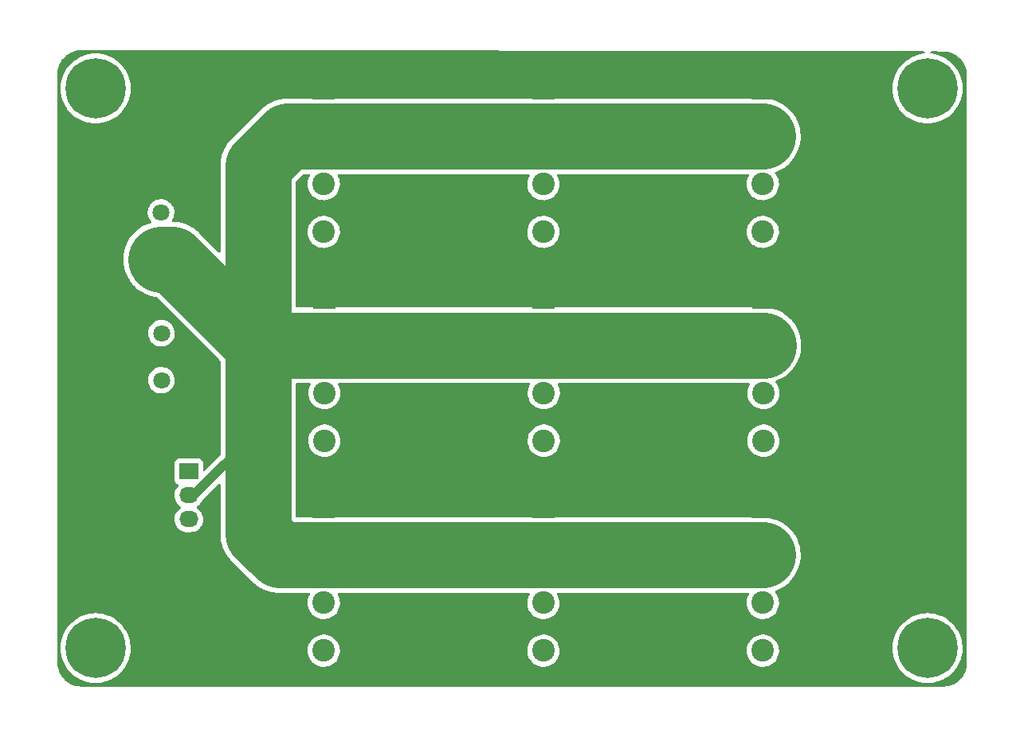
<source format=gtl>
G04 #@! TF.GenerationSoftware,KiCad,Pcbnew,(6.0.10)*
G04 #@! TF.CreationDate,2023-01-26T21:48:12-05:00*
G04 #@! TF.ProjectId,Connectors,436f6e6e-6563-4746-9f72-732e6b696361,rev?*
G04 #@! TF.SameCoordinates,Original*
G04 #@! TF.FileFunction,Copper,L1,Top*
G04 #@! TF.FilePolarity,Positive*
%FSLAX46Y46*%
G04 Gerber Fmt 4.6, Leading zero omitted, Abs format (unit mm)*
G04 Created by KiCad (PCBNEW (6.0.10)) date 2023-01-26 21:48:12*
%MOMM*%
%LPD*%
G01*
G04 APERTURE LIST*
G04 #@! TA.AperFunction,ComponentPad*
%ADD10R,2.400000X2.400000*%
G04 #@! TD*
G04 #@! TA.AperFunction,ComponentPad*
%ADD11C,2.400000*%
G04 #@! TD*
G04 #@! TA.AperFunction,ComponentPad*
%ADD12R,1.803400X1.803400*%
G04 #@! TD*
G04 #@! TA.AperFunction,ComponentPad*
%ADD13C,1.803400*%
G04 #@! TD*
G04 #@! TA.AperFunction,ComponentPad*
%ADD14C,6.400000*%
G04 #@! TD*
G04 #@! TA.AperFunction,ComponentPad*
%ADD15R,2.030000X1.730000*%
G04 #@! TD*
G04 #@! TA.AperFunction,ComponentPad*
%ADD16O,2.030000X1.730000*%
G04 #@! TD*
G04 #@! TA.AperFunction,Conductor*
%ADD17C,7.000000*%
G04 #@! TD*
G04 #@! TA.AperFunction,Conductor*
%ADD18C,0.250000*%
G04 #@! TD*
G04 #@! TA.AperFunction,Conductor*
%ADD19C,1.000000*%
G04 #@! TD*
G04 APERTURE END LIST*
D10*
X142827500Y-70380000D03*
D11*
X142827500Y-75460000D03*
X142827500Y-80540000D03*
X142827500Y-85620000D03*
D10*
X142877500Y-92590000D03*
D11*
X142877500Y-97670000D03*
X142877500Y-102750000D03*
X142877500Y-107830000D03*
D12*
X102249999Y-106400000D03*
D13*
X102249999Y-101400000D03*
X102249999Y-96400000D03*
D14*
X95250000Y-129900000D03*
X95250000Y-70358000D03*
D10*
X166150000Y-114930000D03*
D11*
X166150000Y-120010000D03*
X166150000Y-125090000D03*
X166150000Y-130170000D03*
D10*
X142827500Y-114930000D03*
D11*
X142827500Y-120010000D03*
X142827500Y-125090000D03*
X142827500Y-130170000D03*
D15*
X105150000Y-111115000D03*
D16*
X105150000Y-113655000D03*
X105150000Y-116195000D03*
D14*
X183642000Y-70358000D03*
D10*
X166200000Y-92590000D03*
D11*
X166200000Y-97670000D03*
X166200000Y-102750000D03*
X166200000Y-107830000D03*
D12*
X102199999Y-88550000D03*
D13*
X102199999Y-83550000D03*
D10*
X166150000Y-70380000D03*
D11*
X166150000Y-75460000D03*
X166150000Y-80540000D03*
X166150000Y-85620000D03*
D14*
X183642000Y-129900000D03*
D10*
X119555000Y-92590000D03*
D11*
X119555000Y-97670000D03*
X119555000Y-102750000D03*
X119555000Y-107830000D03*
D10*
X119505000Y-114930000D03*
D11*
X119505000Y-120010000D03*
X119505000Y-125090000D03*
X119505000Y-130170000D03*
D10*
X119505000Y-70380000D03*
D11*
X119505000Y-75460000D03*
X119505000Y-80540000D03*
X119505000Y-85620000D03*
D17*
X112520000Y-97670000D02*
X112520000Y-104904000D01*
X103400000Y-88550000D02*
X112520000Y-97670000D01*
D18*
X105150000Y-113655000D02*
X105674000Y-113655000D01*
D17*
X112520000Y-97670000D02*
X119555000Y-97670000D01*
X112520000Y-117745000D02*
X114785000Y-120010000D01*
X115640000Y-75460000D02*
X119505000Y-75460000D01*
X119555000Y-97670000D02*
X142877500Y-97670000D01*
X112520000Y-116970000D02*
X112520000Y-117745000D01*
D19*
X105674000Y-113655000D02*
X112520000Y-106809000D01*
D17*
X166150000Y-75460000D02*
X142827500Y-75460000D01*
X102199999Y-88550000D02*
X103400000Y-88550000D01*
X114785000Y-120010000D02*
X119505000Y-120010000D01*
X112520000Y-78580000D02*
X115640000Y-75460000D01*
X142827500Y-120010000D02*
X166150000Y-120010000D01*
X142877500Y-97670000D02*
X166200000Y-97670000D01*
X119505000Y-120010000D02*
X142827500Y-120010000D01*
X119505000Y-75460000D02*
X142827500Y-75460000D01*
X112520000Y-104904000D02*
X112520000Y-116970000D01*
D18*
X112520000Y-106809000D02*
X112520000Y-104904000D01*
D17*
X112520000Y-97670000D02*
X112520000Y-78580000D01*
G04 #@! TA.AperFunction,Conductor*
G36*
X183231086Y-66414813D02*
G01*
X183299178Y-66434912D01*
X183345594Y-66488634D01*
X183355598Y-66558923D01*
X183326013Y-66623461D01*
X183266232Y-66661760D01*
X183250618Y-66665262D01*
X182869901Y-66725562D01*
X182494438Y-66826167D01*
X182491350Y-66827352D01*
X182491348Y-66827353D01*
X182443386Y-66845764D01*
X182131547Y-66965468D01*
X182128607Y-66966966D01*
X181788147Y-67140439D01*
X181788140Y-67140443D01*
X181785206Y-67141938D01*
X181782440Y-67143734D01*
X181782437Y-67143736D01*
X181574576Y-67278722D01*
X181459207Y-67353643D01*
X181157124Y-67598266D01*
X180882266Y-67873124D01*
X180637643Y-68175207D01*
X180635848Y-68177970D01*
X180635848Y-68177971D01*
X180441328Y-68477508D01*
X180425938Y-68501206D01*
X180424443Y-68504140D01*
X180424439Y-68504147D01*
X180266573Y-68813976D01*
X180249468Y-68847547D01*
X180110167Y-69210438D01*
X180009562Y-69585901D01*
X179948754Y-69969824D01*
X179928411Y-70358000D01*
X179948754Y-70746176D01*
X180009562Y-71130099D01*
X180110167Y-71505562D01*
X180249468Y-71868453D01*
X180250966Y-71871393D01*
X180424162Y-72211308D01*
X180425938Y-72214794D01*
X180427734Y-72217560D01*
X180427736Y-72217563D01*
X180561672Y-72423808D01*
X180637643Y-72540793D01*
X180882266Y-72842876D01*
X181157124Y-73117734D01*
X181159682Y-73119806D01*
X181159686Y-73119809D01*
X181308166Y-73240046D01*
X181459207Y-73362357D01*
X181461970Y-73364152D01*
X181461971Y-73364152D01*
X181631551Y-73474278D01*
X181785205Y-73574062D01*
X181788139Y-73575557D01*
X181788146Y-73575561D01*
X182128607Y-73749034D01*
X182131547Y-73750532D01*
X182494438Y-73889833D01*
X182869901Y-73990438D01*
X183073793Y-74022732D01*
X183250576Y-74050732D01*
X183250584Y-74050733D01*
X183253824Y-74051246D01*
X183642000Y-74071589D01*
X184030176Y-74051246D01*
X184033416Y-74050733D01*
X184033424Y-74050732D01*
X184210207Y-74022732D01*
X184414099Y-73990438D01*
X184789562Y-73889833D01*
X185152453Y-73750532D01*
X185155393Y-73749034D01*
X185495854Y-73575561D01*
X185495861Y-73575557D01*
X185498795Y-73574062D01*
X185652450Y-73474278D01*
X185822029Y-73364152D01*
X185822030Y-73364152D01*
X185824793Y-73362357D01*
X185975835Y-73240045D01*
X186124314Y-73119809D01*
X186124318Y-73119806D01*
X186126876Y-73117734D01*
X186401734Y-72842876D01*
X186646357Y-72540793D01*
X186722328Y-72423808D01*
X186856264Y-72217563D01*
X186856266Y-72217560D01*
X186858062Y-72214794D01*
X186859839Y-72211308D01*
X187033034Y-71871393D01*
X187034532Y-71868453D01*
X187173833Y-71505562D01*
X187274438Y-71130099D01*
X187335246Y-70746176D01*
X187355589Y-70358000D01*
X187335246Y-69969824D01*
X187274438Y-69585901D01*
X187173833Y-69210438D01*
X187034532Y-68847547D01*
X187017427Y-68813976D01*
X186859561Y-68504147D01*
X186859557Y-68504140D01*
X186858062Y-68501206D01*
X186842673Y-68477508D01*
X186648152Y-68177971D01*
X186648152Y-68177970D01*
X186646357Y-68175207D01*
X186401734Y-67873124D01*
X186126876Y-67598266D01*
X185824793Y-67353643D01*
X185822029Y-67351848D01*
X185501564Y-67143736D01*
X185501561Y-67143734D01*
X185498795Y-67141938D01*
X185495861Y-67140443D01*
X185495854Y-67140439D01*
X185155393Y-66966966D01*
X185152453Y-66965468D01*
X184840614Y-66845764D01*
X184792652Y-66827353D01*
X184792650Y-66827352D01*
X184789562Y-66826167D01*
X184414099Y-66725562D01*
X184410847Y-66725047D01*
X184410838Y-66725045D01*
X184040862Y-66666446D01*
X183976709Y-66636033D01*
X183939182Y-66575765D01*
X183940196Y-66504776D01*
X183979429Y-66445604D01*
X184044424Y-66417036D01*
X184060746Y-66415997D01*
X185247100Y-66417691D01*
X185266302Y-66419191D01*
X185269784Y-66419733D01*
X185281585Y-66421571D01*
X185281587Y-66421571D01*
X185290456Y-66422952D01*
X185308452Y-66420599D01*
X185331848Y-66419733D01*
X185451826Y-66426472D01*
X185574009Y-66433336D01*
X185588039Y-66434917D01*
X185854871Y-66480257D01*
X185868608Y-66483393D01*
X186128671Y-66558318D01*
X186142004Y-66562983D01*
X186392043Y-66666554D01*
X186404773Y-66672685D01*
X186641627Y-66803591D01*
X186653591Y-66811108D01*
X186874319Y-66967723D01*
X186885350Y-66976521D01*
X187068774Y-67140439D01*
X187087149Y-67156860D01*
X187097139Y-67166850D01*
X187277479Y-67368650D01*
X187286277Y-67379681D01*
X187354204Y-67475415D01*
X187442892Y-67600409D01*
X187450409Y-67612373D01*
X187581315Y-67849227D01*
X187587446Y-67861957D01*
X187691017Y-68111996D01*
X187695682Y-68125329D01*
X187770607Y-68385392D01*
X187773743Y-68399129D01*
X187819083Y-68665961D01*
X187820664Y-68679992D01*
X187833857Y-68914861D01*
X187832555Y-68941309D01*
X187832430Y-68942115D01*
X187831048Y-68950992D01*
X187835175Y-68982549D01*
X187836239Y-68998888D01*
X187836239Y-131399367D01*
X187834738Y-131418755D01*
X187832429Y-131433579D01*
X187832429Y-131433588D01*
X187831048Y-131442456D01*
X187833401Y-131460452D01*
X187834267Y-131483848D01*
X187830071Y-131558547D01*
X187820664Y-131726009D01*
X187819083Y-131740039D01*
X187773743Y-132006871D01*
X187770607Y-132020608D01*
X187735224Y-132143422D01*
X187695683Y-132280668D01*
X187691017Y-132294004D01*
X187587446Y-132544043D01*
X187581315Y-132556773D01*
X187450409Y-132793627D01*
X187442892Y-132805591D01*
X187438777Y-132811391D01*
X187286277Y-133026319D01*
X187277479Y-133037350D01*
X187197104Y-133127290D01*
X187097140Y-133239149D01*
X187087150Y-133249139D01*
X186885350Y-133429479D01*
X186874319Y-133438277D01*
X186677630Y-133577835D01*
X186653591Y-133594892D01*
X186641627Y-133602409D01*
X186404773Y-133733315D01*
X186392043Y-133739446D01*
X186142004Y-133843017D01*
X186128671Y-133847682D01*
X185868608Y-133922607D01*
X185854871Y-133925743D01*
X185588039Y-133971083D01*
X185574008Y-133972664D01*
X185339139Y-133985857D01*
X185312691Y-133984555D01*
X185311885Y-133984430D01*
X185311884Y-133984430D01*
X185303008Y-133983048D01*
X185274785Y-133986739D01*
X185271451Y-133987175D01*
X185255112Y-133988239D01*
X93775365Y-133988239D01*
X93755980Y-133986739D01*
X93741147Y-133984429D01*
X93741143Y-133984429D01*
X93732274Y-133983048D01*
X93714278Y-133985401D01*
X93690882Y-133986267D01*
X93448724Y-133972668D01*
X93434692Y-133971087D01*
X93301283Y-133948420D01*
X93167879Y-133925753D01*
X93154104Y-133922609D01*
X92894047Y-133847688D01*
X92880710Y-133843021D01*
X92630676Y-133739455D01*
X92617946Y-133733324D01*
X92381089Y-133602419D01*
X92369125Y-133594902D01*
X92148402Y-133438293D01*
X92137355Y-133429483D01*
X91935562Y-133249151D01*
X91925571Y-133239160D01*
X91745236Y-133037368D01*
X91736426Y-133026321D01*
X91579816Y-132805603D01*
X91572308Y-132793655D01*
X91441380Y-132556766D01*
X91435256Y-132544047D01*
X91331689Y-132294020D01*
X91327022Y-132280684D01*
X91252097Y-132020624D01*
X91248953Y-132006848D01*
X91203619Y-131740051D01*
X91202036Y-131726010D01*
X91188853Y-131491313D01*
X91190154Y-131464868D01*
X91190308Y-131463882D01*
X91190308Y-131463878D01*
X91191689Y-131455008D01*
X91187562Y-131423451D01*
X91186498Y-131407112D01*
X91186498Y-129900000D01*
X91536411Y-129900000D01*
X91556754Y-130288176D01*
X91617562Y-130672099D01*
X91718167Y-131047562D01*
X91857468Y-131410453D01*
X91858966Y-131413393D01*
X92025988Y-131741191D01*
X92033938Y-131756794D01*
X92035734Y-131759560D01*
X92035736Y-131759563D01*
X92115077Y-131881738D01*
X92245643Y-132082793D01*
X92490266Y-132384876D01*
X92765124Y-132659734D01*
X93067207Y-132904357D01*
X93069970Y-132906152D01*
X93069971Y-132906152D01*
X93272027Y-133037368D01*
X93393205Y-133116062D01*
X93396139Y-133117557D01*
X93396146Y-133117561D01*
X93645153Y-133244436D01*
X93739547Y-133292532D01*
X93960547Y-133377366D01*
X94089848Y-133427000D01*
X94102438Y-133431833D01*
X94477901Y-133532438D01*
X94681793Y-133564732D01*
X94858576Y-133592732D01*
X94858584Y-133592733D01*
X94861824Y-133593246D01*
X95250000Y-133613589D01*
X95638176Y-133593246D01*
X95641416Y-133592733D01*
X95641424Y-133592732D01*
X95818207Y-133564732D01*
X96022099Y-133532438D01*
X96397562Y-133431833D01*
X96410153Y-133427000D01*
X96539453Y-133377366D01*
X96760453Y-133292532D01*
X96854847Y-133244436D01*
X97103854Y-133117561D01*
X97103861Y-133117557D01*
X97106795Y-133116062D01*
X97227974Y-133037368D01*
X97430029Y-132906152D01*
X97430030Y-132906152D01*
X97432793Y-132904357D01*
X97734876Y-132659734D01*
X98009734Y-132384876D01*
X98254357Y-132082793D01*
X98384923Y-131881738D01*
X98464264Y-131759563D01*
X98464266Y-131759560D01*
X98466062Y-131756794D01*
X98474013Y-131741191D01*
X98641034Y-131413393D01*
X98642532Y-131410453D01*
X98781833Y-131047562D01*
X98882438Y-130672099D01*
X98943246Y-130288176D01*
X98951790Y-130125151D01*
X117792296Y-130125151D01*
X117804480Y-130378798D01*
X117854021Y-130627857D01*
X117855600Y-130632255D01*
X117855602Y-130632262D01*
X117900022Y-130755980D01*
X117939831Y-130866858D01*
X117942048Y-130870984D01*
X118038587Y-131050652D01*
X118060025Y-131090551D01*
X118062820Y-131094294D01*
X118062822Y-131094297D01*
X118209171Y-131290282D01*
X118209176Y-131290288D01*
X118211963Y-131294020D01*
X118215272Y-131297300D01*
X118215277Y-131297306D01*
X118388990Y-131469509D01*
X118392307Y-131472797D01*
X118396069Y-131475555D01*
X118396072Y-131475558D01*
X118501764Y-131553054D01*
X118597094Y-131622953D01*
X118601229Y-131625129D01*
X118601233Y-131625131D01*
X118719289Y-131687243D01*
X118821827Y-131741191D01*
X119061568Y-131824912D01*
X119311050Y-131872278D01*
X119431532Y-131877011D01*
X119560125Y-131882064D01*
X119560130Y-131882064D01*
X119564793Y-131882247D01*
X119663774Y-131871407D01*
X119812569Y-131855112D01*
X119812575Y-131855111D01*
X119817222Y-131854602D01*
X119926680Y-131825784D01*
X120058273Y-131791138D01*
X120062793Y-131789948D01*
X120211614Y-131726010D01*
X120291807Y-131691557D01*
X120291810Y-131691555D01*
X120296110Y-131689708D01*
X120300090Y-131687245D01*
X120300094Y-131687243D01*
X120508064Y-131558547D01*
X120508066Y-131558545D01*
X120512047Y-131556082D01*
X120515624Y-131553054D01*
X120702289Y-131395031D01*
X120702291Y-131395029D01*
X120705862Y-131392006D01*
X120873295Y-131201084D01*
X121010669Y-130987512D01*
X121114967Y-130755980D01*
X121183896Y-130511575D01*
X121215943Y-130259667D01*
X121218291Y-130170000D01*
X121214958Y-130125151D01*
X141114796Y-130125151D01*
X141126980Y-130378798D01*
X141176521Y-130627857D01*
X141178100Y-130632255D01*
X141178102Y-130632262D01*
X141222522Y-130755980D01*
X141262331Y-130866858D01*
X141264548Y-130870984D01*
X141361087Y-131050652D01*
X141382525Y-131090551D01*
X141385320Y-131094294D01*
X141385322Y-131094297D01*
X141531671Y-131290282D01*
X141531676Y-131290288D01*
X141534463Y-131294020D01*
X141537772Y-131297300D01*
X141537777Y-131297306D01*
X141711490Y-131469509D01*
X141714807Y-131472797D01*
X141718569Y-131475555D01*
X141718572Y-131475558D01*
X141824264Y-131553054D01*
X141919594Y-131622953D01*
X141923729Y-131625129D01*
X141923733Y-131625131D01*
X142041789Y-131687243D01*
X142144327Y-131741191D01*
X142384068Y-131824912D01*
X142633550Y-131872278D01*
X142754032Y-131877011D01*
X142882625Y-131882064D01*
X142882630Y-131882064D01*
X142887293Y-131882247D01*
X142986274Y-131871407D01*
X143135069Y-131855112D01*
X143135075Y-131855111D01*
X143139722Y-131854602D01*
X143249180Y-131825784D01*
X143380773Y-131791138D01*
X143385293Y-131789948D01*
X143534114Y-131726010D01*
X143614307Y-131691557D01*
X143614310Y-131691555D01*
X143618610Y-131689708D01*
X143622590Y-131687245D01*
X143622594Y-131687243D01*
X143830564Y-131558547D01*
X143830566Y-131558545D01*
X143834547Y-131556082D01*
X143838124Y-131553054D01*
X144024789Y-131395031D01*
X144024791Y-131395029D01*
X144028362Y-131392006D01*
X144195795Y-131201084D01*
X144333169Y-130987512D01*
X144437467Y-130755980D01*
X144506396Y-130511575D01*
X144538443Y-130259667D01*
X144540791Y-130170000D01*
X144537458Y-130125151D01*
X164437296Y-130125151D01*
X164449480Y-130378798D01*
X164499021Y-130627857D01*
X164500600Y-130632255D01*
X164500602Y-130632262D01*
X164545022Y-130755980D01*
X164584831Y-130866858D01*
X164587048Y-130870984D01*
X164683587Y-131050652D01*
X164705025Y-131090551D01*
X164707820Y-131094294D01*
X164707822Y-131094297D01*
X164854171Y-131290282D01*
X164854176Y-131290288D01*
X164856963Y-131294020D01*
X164860272Y-131297300D01*
X164860277Y-131297306D01*
X165033990Y-131469509D01*
X165037307Y-131472797D01*
X165041069Y-131475555D01*
X165041072Y-131475558D01*
X165146764Y-131553054D01*
X165242094Y-131622953D01*
X165246229Y-131625129D01*
X165246233Y-131625131D01*
X165364289Y-131687243D01*
X165466827Y-131741191D01*
X165706568Y-131824912D01*
X165956050Y-131872278D01*
X166076532Y-131877011D01*
X166205125Y-131882064D01*
X166205130Y-131882064D01*
X166209793Y-131882247D01*
X166308774Y-131871407D01*
X166457569Y-131855112D01*
X166457575Y-131855111D01*
X166462222Y-131854602D01*
X166571680Y-131825784D01*
X166703273Y-131791138D01*
X166707793Y-131789948D01*
X166856614Y-131726010D01*
X166936807Y-131691557D01*
X166936810Y-131691555D01*
X166941110Y-131689708D01*
X166945090Y-131687245D01*
X166945094Y-131687243D01*
X167153064Y-131558547D01*
X167153066Y-131558545D01*
X167157047Y-131556082D01*
X167160624Y-131553054D01*
X167347289Y-131395031D01*
X167347291Y-131395029D01*
X167350862Y-131392006D01*
X167518295Y-131201084D01*
X167655669Y-130987512D01*
X167759967Y-130755980D01*
X167828896Y-130511575D01*
X167860943Y-130259667D01*
X167863291Y-130170000D01*
X167844472Y-129916759D01*
X167840680Y-129900000D01*
X179928411Y-129900000D01*
X179948754Y-130288176D01*
X180009562Y-130672099D01*
X180110167Y-131047562D01*
X180249468Y-131410453D01*
X180250966Y-131413393D01*
X180417988Y-131741191D01*
X180425938Y-131756794D01*
X180427734Y-131759560D01*
X180427736Y-131759563D01*
X180507077Y-131881738D01*
X180637643Y-132082793D01*
X180882266Y-132384876D01*
X181157124Y-132659734D01*
X181459207Y-132904357D01*
X181461970Y-132906152D01*
X181461971Y-132906152D01*
X181664027Y-133037368D01*
X181785205Y-133116062D01*
X181788139Y-133117557D01*
X181788146Y-133117561D01*
X182037153Y-133244436D01*
X182131547Y-133292532D01*
X182352547Y-133377366D01*
X182481848Y-133427000D01*
X182494438Y-133431833D01*
X182869901Y-133532438D01*
X183073793Y-133564732D01*
X183250576Y-133592732D01*
X183250584Y-133592733D01*
X183253824Y-133593246D01*
X183642000Y-133613589D01*
X184030176Y-133593246D01*
X184033416Y-133592733D01*
X184033424Y-133592732D01*
X184210207Y-133564732D01*
X184414099Y-133532438D01*
X184789562Y-133431833D01*
X184802153Y-133427000D01*
X184931453Y-133377366D01*
X185152453Y-133292532D01*
X185246847Y-133244436D01*
X185495854Y-133117561D01*
X185495861Y-133117557D01*
X185498795Y-133116062D01*
X185619974Y-133037368D01*
X185822029Y-132906152D01*
X185822030Y-132906152D01*
X185824793Y-132904357D01*
X186126876Y-132659734D01*
X186401734Y-132384876D01*
X186646357Y-132082793D01*
X186776923Y-131881738D01*
X186856264Y-131759563D01*
X186856266Y-131759560D01*
X186858062Y-131756794D01*
X186866013Y-131741191D01*
X187033034Y-131413393D01*
X187034532Y-131410453D01*
X187173833Y-131047562D01*
X187274438Y-130672099D01*
X187335246Y-130288176D01*
X187355589Y-129900000D01*
X187335246Y-129511824D01*
X187322026Y-129428353D01*
X187288391Y-129215997D01*
X187274438Y-129127901D01*
X187173833Y-128752438D01*
X187034532Y-128389547D01*
X186858062Y-128043206D01*
X186646357Y-127717207D01*
X186401734Y-127415124D01*
X186126876Y-127140266D01*
X185824793Y-126895643D01*
X185822029Y-126893848D01*
X185501564Y-126685736D01*
X185501561Y-126685734D01*
X185498795Y-126683938D01*
X185495861Y-126682443D01*
X185495854Y-126682439D01*
X185155393Y-126508966D01*
X185152453Y-126507468D01*
X184789562Y-126368167D01*
X184414099Y-126267562D01*
X184210207Y-126235268D01*
X184033424Y-126207268D01*
X184033416Y-126207267D01*
X184030176Y-126206754D01*
X183642000Y-126186411D01*
X183253824Y-126206754D01*
X183250584Y-126207267D01*
X183250576Y-126207268D01*
X183073793Y-126235268D01*
X182869901Y-126267562D01*
X182494438Y-126368167D01*
X182131547Y-126507468D01*
X182128607Y-126508966D01*
X181788147Y-126682439D01*
X181788140Y-126682443D01*
X181785206Y-126683938D01*
X181782440Y-126685734D01*
X181782437Y-126685736D01*
X181619717Y-126791407D01*
X181459207Y-126895643D01*
X181157124Y-127140266D01*
X180882266Y-127415124D01*
X180637643Y-127717207D01*
X180425938Y-128043206D01*
X180249468Y-128389547D01*
X180110167Y-128752438D01*
X180009562Y-129127901D01*
X179995609Y-129215997D01*
X179961975Y-129428353D01*
X179948754Y-129511824D01*
X179928411Y-129900000D01*
X167840680Y-129900000D01*
X167788428Y-129669082D01*
X167696391Y-129432409D01*
X167675866Y-129396498D01*
X167572702Y-129215997D01*
X167572700Y-129215995D01*
X167570383Y-129211940D01*
X167413171Y-129012517D01*
X167228209Y-128838523D01*
X167099664Y-128749348D01*
X167023393Y-128696437D01*
X167023390Y-128696435D01*
X167019561Y-128693779D01*
X167015384Y-128691719D01*
X167015377Y-128691715D01*
X166795996Y-128583528D01*
X166795992Y-128583527D01*
X166791810Y-128581464D01*
X166549960Y-128504047D01*
X166545355Y-128503297D01*
X166303935Y-128463980D01*
X166303934Y-128463980D01*
X166299323Y-128463229D01*
X166172364Y-128461567D01*
X166050083Y-128459966D01*
X166050080Y-128459966D01*
X166045406Y-128459905D01*
X165793787Y-128494149D01*
X165549993Y-128565208D01*
X165319380Y-128671522D01*
X165315471Y-128674085D01*
X165110928Y-128808189D01*
X165110923Y-128808193D01*
X165107015Y-128810755D01*
X164917562Y-128979848D01*
X164755183Y-129175087D01*
X164623447Y-129392182D01*
X164525246Y-129626365D01*
X164462738Y-129872490D01*
X164437296Y-130125151D01*
X144537458Y-130125151D01*
X144521972Y-129916759D01*
X144465928Y-129669082D01*
X144373891Y-129432409D01*
X144353366Y-129396498D01*
X144250202Y-129215997D01*
X144250200Y-129215995D01*
X144247883Y-129211940D01*
X144090671Y-129012517D01*
X143905709Y-128838523D01*
X143777164Y-128749348D01*
X143700893Y-128696437D01*
X143700890Y-128696435D01*
X143697061Y-128693779D01*
X143692884Y-128691719D01*
X143692877Y-128691715D01*
X143473496Y-128583528D01*
X143473492Y-128583527D01*
X143469310Y-128581464D01*
X143227460Y-128504047D01*
X143222855Y-128503297D01*
X142981435Y-128463980D01*
X142981434Y-128463980D01*
X142976823Y-128463229D01*
X142849864Y-128461567D01*
X142727583Y-128459966D01*
X142727580Y-128459966D01*
X142722906Y-128459905D01*
X142471287Y-128494149D01*
X142227493Y-128565208D01*
X141996880Y-128671522D01*
X141992971Y-128674085D01*
X141788428Y-128808189D01*
X141788423Y-128808193D01*
X141784515Y-128810755D01*
X141595062Y-128979848D01*
X141432683Y-129175087D01*
X141300947Y-129392182D01*
X141202746Y-129626365D01*
X141140238Y-129872490D01*
X141114796Y-130125151D01*
X121214958Y-130125151D01*
X121199472Y-129916759D01*
X121143428Y-129669082D01*
X121051391Y-129432409D01*
X121030866Y-129396498D01*
X120927702Y-129215997D01*
X120927700Y-129215995D01*
X120925383Y-129211940D01*
X120768171Y-129012517D01*
X120583209Y-128838523D01*
X120454664Y-128749348D01*
X120378393Y-128696437D01*
X120378390Y-128696435D01*
X120374561Y-128693779D01*
X120370384Y-128691719D01*
X120370377Y-128691715D01*
X120150996Y-128583528D01*
X120150992Y-128583527D01*
X120146810Y-128581464D01*
X119904960Y-128504047D01*
X119900355Y-128503297D01*
X119658935Y-128463980D01*
X119658934Y-128463980D01*
X119654323Y-128463229D01*
X119527364Y-128461567D01*
X119405083Y-128459966D01*
X119405080Y-128459966D01*
X119400406Y-128459905D01*
X119148787Y-128494149D01*
X118904993Y-128565208D01*
X118674380Y-128671522D01*
X118670471Y-128674085D01*
X118465928Y-128808189D01*
X118465923Y-128808193D01*
X118462015Y-128810755D01*
X118272562Y-128979848D01*
X118110183Y-129175087D01*
X117978447Y-129392182D01*
X117880246Y-129626365D01*
X117817738Y-129872490D01*
X117792296Y-130125151D01*
X98951790Y-130125151D01*
X98963589Y-129900000D01*
X98943246Y-129511824D01*
X98930026Y-129428353D01*
X98896391Y-129215997D01*
X98882438Y-129127901D01*
X98781833Y-128752438D01*
X98642532Y-128389547D01*
X98466062Y-128043206D01*
X98254357Y-127717207D01*
X98009734Y-127415124D01*
X97734876Y-127140266D01*
X97432793Y-126895643D01*
X97430029Y-126893848D01*
X97109564Y-126685736D01*
X97109561Y-126685734D01*
X97106795Y-126683938D01*
X97103861Y-126682443D01*
X97103854Y-126682439D01*
X96763393Y-126508966D01*
X96760453Y-126507468D01*
X96397562Y-126368167D01*
X96022099Y-126267562D01*
X95818207Y-126235268D01*
X95641424Y-126207268D01*
X95641416Y-126207267D01*
X95638176Y-126206754D01*
X95250000Y-126186411D01*
X94861824Y-126206754D01*
X94858584Y-126207267D01*
X94858576Y-126207268D01*
X94681793Y-126235268D01*
X94477901Y-126267562D01*
X94102438Y-126368167D01*
X93739547Y-126507468D01*
X93736607Y-126508966D01*
X93396147Y-126682439D01*
X93396140Y-126682443D01*
X93393206Y-126683938D01*
X93390440Y-126685734D01*
X93390437Y-126685736D01*
X93227717Y-126791407D01*
X93067207Y-126895643D01*
X92765124Y-127140266D01*
X92490266Y-127415124D01*
X92245643Y-127717207D01*
X92033938Y-128043206D01*
X91857468Y-128389547D01*
X91718167Y-128752438D01*
X91617562Y-129127901D01*
X91603609Y-129215997D01*
X91569975Y-129428353D01*
X91556754Y-129511824D01*
X91536411Y-129900000D01*
X91186498Y-129900000D01*
X91186498Y-101365428D01*
X100835388Y-101365428D01*
X100835685Y-101370580D01*
X100835685Y-101370584D01*
X100837188Y-101396646D01*
X100848737Y-101596935D01*
X100899717Y-101823153D01*
X100986961Y-102038007D01*
X101108124Y-102235727D01*
X101259952Y-102411002D01*
X101438369Y-102559127D01*
X101442821Y-102561729D01*
X101442826Y-102561732D01*
X101634125Y-102673518D01*
X101638583Y-102676123D01*
X101855217Y-102758847D01*
X101860285Y-102759878D01*
X101860288Y-102759879D01*
X101972089Y-102782625D01*
X102082453Y-102805079D01*
X102087626Y-102805269D01*
X102087629Y-102805269D01*
X102309025Y-102813387D01*
X102309029Y-102813387D01*
X102314189Y-102813576D01*
X102319309Y-102812920D01*
X102319311Y-102812920D01*
X102390108Y-102803851D01*
X102544201Y-102784111D01*
X102549150Y-102782626D01*
X102549156Y-102782625D01*
X102761369Y-102718958D01*
X102766312Y-102717475D01*
X102791469Y-102705151D01*
X102969919Y-102617729D01*
X102974557Y-102615457D01*
X103058155Y-102555827D01*
X103159131Y-102483802D01*
X103159136Y-102483798D01*
X103163343Y-102480797D01*
X103327601Y-102317111D01*
X103462919Y-102128796D01*
X103505615Y-102042408D01*
X103563369Y-101925550D01*
X103563370Y-101925548D01*
X103565663Y-101920908D01*
X103603019Y-101797956D01*
X103631571Y-101703984D01*
X103631572Y-101703978D01*
X103633075Y-101699032D01*
X103663343Y-101469124D01*
X103665032Y-101400000D01*
X103648464Y-101198480D01*
X103646455Y-101174039D01*
X103646454Y-101174033D01*
X103646031Y-101168888D01*
X103589539Y-100943983D01*
X103497072Y-100731325D01*
X103371115Y-100536624D01*
X103343026Y-100505754D01*
X103218527Y-100368932D01*
X103218525Y-100368931D01*
X103215049Y-100365110D01*
X103210998Y-100361911D01*
X103210994Y-100361907D01*
X103037124Y-100224594D01*
X103033066Y-100221389D01*
X102830054Y-100109320D01*
X102711619Y-100067380D01*
X102616338Y-100033639D01*
X102616334Y-100033638D01*
X102611463Y-100031913D01*
X102606370Y-100031006D01*
X102606367Y-100031005D01*
X102388254Y-99992153D01*
X102388248Y-99992152D01*
X102383165Y-99991247D01*
X102294631Y-99990165D01*
X102156460Y-99988477D01*
X102156458Y-99988477D01*
X102151291Y-99988414D01*
X101922068Y-100023490D01*
X101701652Y-100095533D01*
X101697064Y-100097921D01*
X101697060Y-100097923D01*
X101540535Y-100179405D01*
X101495961Y-100202609D01*
X101491828Y-100205712D01*
X101491825Y-100205714D01*
X101314656Y-100338736D01*
X101310521Y-100341841D01*
X101150312Y-100509491D01*
X101019635Y-100701056D01*
X100922000Y-100911392D01*
X100860030Y-101134849D01*
X100835388Y-101365428D01*
X91186498Y-101365428D01*
X91186498Y-96365428D01*
X100835388Y-96365428D01*
X100848737Y-96596935D01*
X100899717Y-96823153D01*
X100986961Y-97038007D01*
X101108124Y-97235727D01*
X101259952Y-97411002D01*
X101438369Y-97559127D01*
X101442821Y-97561729D01*
X101442826Y-97561732D01*
X101634125Y-97673518D01*
X101638583Y-97676123D01*
X101855217Y-97758847D01*
X101860285Y-97759878D01*
X101860288Y-97759879D01*
X101972089Y-97782625D01*
X102082453Y-97805079D01*
X102087626Y-97805269D01*
X102087629Y-97805269D01*
X102309025Y-97813387D01*
X102309029Y-97813387D01*
X102314189Y-97813576D01*
X102319309Y-97812920D01*
X102319311Y-97812920D01*
X102390108Y-97803851D01*
X102544201Y-97784111D01*
X102549150Y-97782626D01*
X102549156Y-97782625D01*
X102761369Y-97718958D01*
X102766312Y-97717475D01*
X102974557Y-97615457D01*
X103018454Y-97584146D01*
X103159131Y-97483802D01*
X103159136Y-97483798D01*
X103163343Y-97480797D01*
X103327601Y-97317111D01*
X103462919Y-97128796D01*
X103505615Y-97042408D01*
X103563369Y-96925550D01*
X103563370Y-96925548D01*
X103565663Y-96920908D01*
X103596899Y-96818099D01*
X103631571Y-96703984D01*
X103631572Y-96703978D01*
X103633075Y-96699032D01*
X103663343Y-96469124D01*
X103665032Y-96400000D01*
X103658733Y-96323386D01*
X103646455Y-96174039D01*
X103646454Y-96174033D01*
X103646031Y-96168888D01*
X103589539Y-95943983D01*
X103497072Y-95731325D01*
X103371115Y-95536624D01*
X103343026Y-95505754D01*
X103218527Y-95368932D01*
X103218525Y-95368931D01*
X103215049Y-95365110D01*
X103210998Y-95361911D01*
X103210994Y-95361907D01*
X103037124Y-95224594D01*
X103033066Y-95221389D01*
X102830054Y-95109320D01*
X102711619Y-95067380D01*
X102616338Y-95033639D01*
X102616334Y-95033638D01*
X102611463Y-95031913D01*
X102606370Y-95031006D01*
X102606367Y-95031005D01*
X102388254Y-94992153D01*
X102388248Y-94992152D01*
X102383165Y-94991247D01*
X102294631Y-94990165D01*
X102156460Y-94988477D01*
X102156458Y-94988477D01*
X102151291Y-94988414D01*
X101922068Y-95023490D01*
X101701652Y-95095533D01*
X101697064Y-95097921D01*
X101697060Y-95097923D01*
X101500550Y-95200220D01*
X101495961Y-95202609D01*
X101491828Y-95205712D01*
X101491825Y-95205714D01*
X101314656Y-95338736D01*
X101310521Y-95341841D01*
X101150312Y-95509491D01*
X101019635Y-95701056D01*
X100922000Y-95911392D01*
X100860030Y-96134849D01*
X100835388Y-96365428D01*
X91186498Y-96365428D01*
X91186498Y-88634052D01*
X98187390Y-88634052D01*
X98215578Y-89032168D01*
X98283168Y-89425515D01*
X98389490Y-89810205D01*
X98390613Y-89813107D01*
X98390616Y-89813117D01*
X98521193Y-90150637D01*
X98533494Y-90182433D01*
X98713756Y-90538518D01*
X98715435Y-90541148D01*
X98715441Y-90541159D01*
X98869424Y-90782398D01*
X98928493Y-90874939D01*
X98930422Y-90877386D01*
X98930427Y-90877393D01*
X99157408Y-91165316D01*
X99175581Y-91188368D01*
X99177756Y-91190624D01*
X99177761Y-91190630D01*
X99302282Y-91319800D01*
X99452577Y-91475708D01*
X99454970Y-91477741D01*
X99754347Y-91732081D01*
X99754356Y-91732088D01*
X99756742Y-91734115D01*
X99759322Y-91735898D01*
X100082496Y-91959258D01*
X100082505Y-91959263D01*
X100085068Y-91961035D01*
X100087803Y-91962548D01*
X100087808Y-91962551D01*
X100254017Y-92054492D01*
X100434308Y-92154224D01*
X100437177Y-92155457D01*
X100437188Y-92155462D01*
X100798141Y-92310539D01*
X100801009Y-92311771D01*
X100803986Y-92312712D01*
X100803990Y-92312714D01*
X100934706Y-92354054D01*
X101181544Y-92432118D01*
X101572151Y-92514076D01*
X101575268Y-92514412D01*
X101575269Y-92514412D01*
X101665885Y-92524176D01*
X101731470Y-92551361D01*
X101741481Y-92560356D01*
X108474595Y-99293470D01*
X108508621Y-99355782D01*
X108511500Y-99382565D01*
X108511500Y-109339075D01*
X108491498Y-109407196D01*
X108474595Y-109428170D01*
X106888595Y-111014171D01*
X106826283Y-111048196D01*
X106755468Y-111043132D01*
X106698632Y-111000585D01*
X106673821Y-110934065D01*
X106673500Y-110925076D01*
X106673500Y-110201866D01*
X106666745Y-110139684D01*
X106615615Y-110003295D01*
X106528261Y-109886739D01*
X106411705Y-109799385D01*
X106275316Y-109748255D01*
X106213134Y-109741500D01*
X104086866Y-109741500D01*
X104024684Y-109748255D01*
X103888295Y-109799385D01*
X103771739Y-109886739D01*
X103684385Y-110003295D01*
X103633255Y-110139684D01*
X103626500Y-110201866D01*
X103626500Y-112028134D01*
X103633255Y-112090316D01*
X103684385Y-112226705D01*
X103771739Y-112343261D01*
X103888295Y-112430615D01*
X103896704Y-112433767D01*
X103896705Y-112433768D01*
X103991169Y-112469181D01*
X104047934Y-112511822D01*
X104072634Y-112578384D01*
X104057427Y-112647733D01*
X104033912Y-112678332D01*
X103967590Y-112741601D01*
X103828452Y-112928609D01*
X103722812Y-113136388D01*
X103653690Y-113358995D01*
X103623064Y-113590065D01*
X103631809Y-113822993D01*
X103679674Y-114051117D01*
X103765292Y-114267914D01*
X103886213Y-114467187D01*
X103889708Y-114471215D01*
X103889709Y-114471216D01*
X103974041Y-114568399D01*
X104038982Y-114643237D01*
X104043113Y-114646624D01*
X104215100Y-114787646D01*
X104215106Y-114787650D01*
X104219228Y-114791030D01*
X104223866Y-114793670D01*
X104262998Y-114815945D01*
X104312304Y-114867027D01*
X104326166Y-114936657D01*
X104300183Y-115002728D01*
X104271035Y-115029965D01*
X104136248Y-115120709D01*
X103967590Y-115281601D01*
X103828452Y-115468609D01*
X103722812Y-115676388D01*
X103653690Y-115898995D01*
X103652989Y-115904284D01*
X103634131Y-116046568D01*
X103623064Y-116130065D01*
X103631809Y-116362993D01*
X103679674Y-116591117D01*
X103681632Y-116596076D01*
X103681633Y-116596078D01*
X103682773Y-116598965D01*
X103765292Y-116807914D01*
X103886213Y-117007187D01*
X103889708Y-117011215D01*
X103889709Y-117011216D01*
X103974041Y-117108399D01*
X104038982Y-117183237D01*
X104043113Y-117186624D01*
X104215100Y-117327646D01*
X104215106Y-117327650D01*
X104219228Y-117331030D01*
X104421800Y-117446340D01*
X104426816Y-117448161D01*
X104426821Y-117448163D01*
X104635888Y-117524051D01*
X104635892Y-117524052D01*
X104640903Y-117525871D01*
X104646152Y-117526820D01*
X104646155Y-117526821D01*
X104866191Y-117566610D01*
X104866198Y-117566611D01*
X104870275Y-117567348D01*
X104888199Y-117568193D01*
X104893214Y-117568430D01*
X104893221Y-117568430D01*
X104894702Y-117568500D01*
X105358527Y-117568500D01*
X105532257Y-117553759D01*
X105537421Y-117552419D01*
X105537425Y-117552418D01*
X105752708Y-117496541D01*
X105752712Y-117496539D01*
X105757873Y-117495200D01*
X105781527Y-117484545D01*
X105965536Y-117401655D01*
X105965539Y-117401654D01*
X105970397Y-117399465D01*
X106163752Y-117269291D01*
X106332410Y-117108399D01*
X106471548Y-116921391D01*
X106519072Y-116827919D01*
X106526924Y-116812475D01*
X106577188Y-116713612D01*
X106646310Y-116491005D01*
X106676936Y-116259935D01*
X106668191Y-116027007D01*
X106620326Y-115798883D01*
X106534708Y-115582086D01*
X106413787Y-115382813D01*
X106329672Y-115285879D01*
X106264518Y-115210796D01*
X106264516Y-115210794D01*
X106261018Y-115206763D01*
X106218269Y-115171711D01*
X106084900Y-115062354D01*
X106084894Y-115062350D01*
X106080772Y-115058970D01*
X106037002Y-115034055D01*
X105987696Y-114982973D01*
X105973834Y-114913343D01*
X105999817Y-114847272D01*
X106028965Y-114820035D01*
X106163752Y-114729291D01*
X106332410Y-114568399D01*
X106471548Y-114381391D01*
X106563533Y-114200470D01*
X106586754Y-114168481D01*
X108296405Y-112458830D01*
X108358717Y-112424804D01*
X108429532Y-112429869D01*
X108486368Y-112472416D01*
X108511179Y-112538936D01*
X108511500Y-112547925D01*
X108511500Y-117705758D01*
X108511479Y-117708066D01*
X108508491Y-117871067D01*
X108508746Y-117874200D01*
X108519403Y-118005227D01*
X108519662Y-118009177D01*
X108526355Y-118143619D01*
X108526820Y-118146712D01*
X108526821Y-118146722D01*
X108535097Y-118201767D01*
X108536082Y-118210279D01*
X108540847Y-118268866D01*
X108541411Y-118271954D01*
X108565026Y-118401260D01*
X108565676Y-118405164D01*
X108585692Y-118538296D01*
X108586465Y-118541338D01*
X108586465Y-118541340D01*
X108600165Y-118595282D01*
X108601990Y-118603653D01*
X108612552Y-118661484D01*
X108613413Y-118664476D01*
X108613417Y-118664494D01*
X108649767Y-118790841D01*
X108650793Y-118794629D01*
X108683935Y-118925128D01*
X108685005Y-118928075D01*
X108685005Y-118928076D01*
X108703995Y-118980392D01*
X108706645Y-118988547D01*
X108722897Y-119045039D01*
X108756312Y-119128793D01*
X108772766Y-119170037D01*
X108774175Y-119173736D01*
X108819045Y-119297352D01*
X108819049Y-119297362D01*
X108820112Y-119300290D01*
X108821467Y-119303111D01*
X108845563Y-119353291D01*
X108849006Y-119361135D01*
X108870791Y-119415738D01*
X108872233Y-119418514D01*
X108932838Y-119535183D01*
X108934607Y-119538723D01*
X108992877Y-119660071D01*
X108994506Y-119662745D01*
X109023466Y-119710283D01*
X109027670Y-119717743D01*
X109054772Y-119769916D01*
X109056489Y-119772545D01*
X109056492Y-119772550D01*
X109128369Y-119882600D01*
X109130482Y-119885948D01*
X109200521Y-120000915D01*
X109235953Y-120047849D01*
X109240872Y-120054849D01*
X109273019Y-120104069D01*
X109274974Y-120106496D01*
X109357461Y-120208906D01*
X109359891Y-120212022D01*
X109440991Y-120319451D01*
X109443116Y-120321750D01*
X109443117Y-120321751D01*
X109480902Y-120362627D01*
X109486504Y-120369117D01*
X109523376Y-120414894D01*
X109563094Y-120456969D01*
X109627689Y-120521564D01*
X109631119Y-120525130D01*
X109711909Y-120612528D01*
X109714247Y-120614600D01*
X109714252Y-120614605D01*
X109768383Y-120662580D01*
X109773905Y-120667780D01*
X111922795Y-122816670D01*
X111924412Y-122818316D01*
X112037578Y-122935708D01*
X112039971Y-122937741D01*
X112140141Y-123022841D01*
X112143118Y-123025451D01*
X112240610Y-123113698D01*
X112240618Y-123113705D01*
X112242933Y-123115800D01*
X112290226Y-123150731D01*
X112296940Y-123156052D01*
X112341743Y-123194115D01*
X112344324Y-123195898D01*
X112344332Y-123195905D01*
X112452445Y-123270625D01*
X112455657Y-123272920D01*
X112563969Y-123352921D01*
X112566659Y-123354522D01*
X112566669Y-123354528D01*
X112614495Y-123382981D01*
X112621710Y-123387613D01*
X112667487Y-123419251D01*
X112667494Y-123419256D01*
X112670069Y-123421035D01*
X112672804Y-123422548D01*
X112672809Y-123422551D01*
X112787841Y-123486183D01*
X112791274Y-123488153D01*
X112906969Y-123556984D01*
X112909807Y-123558310D01*
X112909810Y-123558312D01*
X112960232Y-123581878D01*
X112967868Y-123585768D01*
X113019309Y-123614224D01*
X113022184Y-123615459D01*
X113022206Y-123615470D01*
X113142999Y-123667367D01*
X113146610Y-123668986D01*
X113219561Y-123703081D01*
X113268540Y-123725972D01*
X113324012Y-123745452D01*
X113332001Y-123748567D01*
X113383142Y-123770539D01*
X113386010Y-123771771D01*
X113388991Y-123772714D01*
X113388997Y-123772716D01*
X113514333Y-123812354D01*
X113518045Y-123813591D01*
X113645107Y-123858212D01*
X113648141Y-123858949D01*
X113648145Y-123858950D01*
X113702236Y-123872086D01*
X113710494Y-123874392D01*
X113763546Y-123891170D01*
X113763554Y-123891172D01*
X113766545Y-123892118D01*
X113769613Y-123892762D01*
X113769614Y-123892762D01*
X113898285Y-123919760D01*
X113902146Y-123920634D01*
X114029899Y-123951659D01*
X114029903Y-123951660D01*
X114032947Y-123952399D01*
X114036045Y-123952832D01*
X114036052Y-123952833D01*
X114072472Y-123957919D01*
X114091177Y-123960531D01*
X114099612Y-123962003D01*
X114157152Y-123974076D01*
X114160269Y-123974412D01*
X114160270Y-123974412D01*
X114290984Y-123988497D01*
X114294912Y-123988983D01*
X114425121Y-124007167D01*
X114425128Y-124007168D01*
X114428224Y-124007600D01*
X114431351Y-124007723D01*
X114431353Y-124007723D01*
X114486965Y-124009908D01*
X114495516Y-124010536D01*
X114551513Y-124016570D01*
X114551524Y-124016571D01*
X114553967Y-124016834D01*
X114556430Y-124016905D01*
X114556431Y-124016905D01*
X114559681Y-124016999D01*
X114611803Y-124018500D01*
X114703171Y-124018500D01*
X114708118Y-124018597D01*
X114827029Y-124023269D01*
X114830147Y-124023081D01*
X114830150Y-124023081D01*
X114902354Y-124018728D01*
X114909936Y-124018500D01*
X117932815Y-124018500D01*
X118000936Y-124038502D01*
X118047429Y-124092158D01*
X118057533Y-124162432D01*
X118040534Y-124209865D01*
X117978447Y-124312182D01*
X117880246Y-124546365D01*
X117817738Y-124792490D01*
X117792296Y-125045151D01*
X117804480Y-125298798D01*
X117854021Y-125547857D01*
X117855600Y-125552255D01*
X117855602Y-125552262D01*
X117900022Y-125675980D01*
X117939831Y-125786858D01*
X118060025Y-126010551D01*
X118062820Y-126014294D01*
X118062822Y-126014297D01*
X118209171Y-126210282D01*
X118209176Y-126210288D01*
X118211963Y-126214020D01*
X118215272Y-126217300D01*
X118215277Y-126217306D01*
X118388990Y-126389509D01*
X118392307Y-126392797D01*
X118396069Y-126395555D01*
X118396072Y-126395558D01*
X118593323Y-126540188D01*
X118597094Y-126542953D01*
X118601229Y-126545129D01*
X118601233Y-126545131D01*
X118719289Y-126607243D01*
X118821827Y-126661191D01*
X119061568Y-126744912D01*
X119311050Y-126792278D01*
X119431532Y-126797011D01*
X119560125Y-126802064D01*
X119560130Y-126802064D01*
X119564793Y-126802247D01*
X119663774Y-126791407D01*
X119812569Y-126775112D01*
X119812575Y-126775111D01*
X119817222Y-126774602D01*
X119926680Y-126745784D01*
X120058273Y-126711138D01*
X120062793Y-126709948D01*
X120181353Y-126659011D01*
X120291807Y-126611557D01*
X120291810Y-126611555D01*
X120296110Y-126609708D01*
X120300090Y-126607245D01*
X120300094Y-126607243D01*
X120508064Y-126478547D01*
X120508066Y-126478545D01*
X120512047Y-126476082D01*
X120610428Y-126392797D01*
X120702289Y-126315031D01*
X120702291Y-126315029D01*
X120705862Y-126312006D01*
X120873295Y-126121084D01*
X121010669Y-125907512D01*
X121114967Y-125675980D01*
X121183896Y-125431575D01*
X121215943Y-125179667D01*
X121218291Y-125090000D01*
X121199472Y-124836759D01*
X121143428Y-124589082D01*
X121051391Y-124352409D01*
X121028400Y-124312182D01*
X121019746Y-124297042D01*
X120968296Y-124207022D01*
X120951859Y-124137956D01*
X120975372Y-124070966D01*
X121031370Y-124027322D01*
X121077689Y-124018500D01*
X141255315Y-124018500D01*
X141323436Y-124038502D01*
X141369929Y-124092158D01*
X141380033Y-124162432D01*
X141363034Y-124209865D01*
X141300947Y-124312182D01*
X141202746Y-124546365D01*
X141140238Y-124792490D01*
X141114796Y-125045151D01*
X141126980Y-125298798D01*
X141176521Y-125547857D01*
X141178100Y-125552255D01*
X141178102Y-125552262D01*
X141222522Y-125675980D01*
X141262331Y-125786858D01*
X141382525Y-126010551D01*
X141385320Y-126014294D01*
X141385322Y-126014297D01*
X141531671Y-126210282D01*
X141531676Y-126210288D01*
X141534463Y-126214020D01*
X141537772Y-126217300D01*
X141537777Y-126217306D01*
X141711490Y-126389509D01*
X141714807Y-126392797D01*
X141718569Y-126395555D01*
X141718572Y-126395558D01*
X141915823Y-126540188D01*
X141919594Y-126542953D01*
X141923729Y-126545129D01*
X141923733Y-126545131D01*
X142041789Y-126607243D01*
X142144327Y-126661191D01*
X142384068Y-126744912D01*
X142633550Y-126792278D01*
X142754032Y-126797011D01*
X142882625Y-126802064D01*
X142882630Y-126802064D01*
X142887293Y-126802247D01*
X142986274Y-126791407D01*
X143135069Y-126775112D01*
X143135075Y-126775111D01*
X143139722Y-126774602D01*
X143249180Y-126745784D01*
X143380773Y-126711138D01*
X143385293Y-126709948D01*
X143503853Y-126659011D01*
X143614307Y-126611557D01*
X143614310Y-126611555D01*
X143618610Y-126609708D01*
X143622590Y-126607245D01*
X143622594Y-126607243D01*
X143830564Y-126478547D01*
X143830566Y-126478545D01*
X143834547Y-126476082D01*
X143932928Y-126392797D01*
X144024789Y-126315031D01*
X144024791Y-126315029D01*
X144028362Y-126312006D01*
X144195795Y-126121084D01*
X144333169Y-125907512D01*
X144437467Y-125675980D01*
X144506396Y-125431575D01*
X144538443Y-125179667D01*
X144540791Y-125090000D01*
X144521972Y-124836759D01*
X144465928Y-124589082D01*
X144373891Y-124352409D01*
X144350900Y-124312182D01*
X144342246Y-124297042D01*
X144290796Y-124207022D01*
X144274359Y-124137956D01*
X144297872Y-124070966D01*
X144353870Y-124027322D01*
X144400189Y-124018500D01*
X164577815Y-124018500D01*
X164645936Y-124038502D01*
X164692429Y-124092158D01*
X164702533Y-124162432D01*
X164685534Y-124209865D01*
X164623447Y-124312182D01*
X164525246Y-124546365D01*
X164462738Y-124792490D01*
X164437296Y-125045151D01*
X164449480Y-125298798D01*
X164499021Y-125547857D01*
X164500600Y-125552255D01*
X164500602Y-125552262D01*
X164545022Y-125675980D01*
X164584831Y-125786858D01*
X164705025Y-126010551D01*
X164707820Y-126014294D01*
X164707822Y-126014297D01*
X164854171Y-126210282D01*
X164854176Y-126210288D01*
X164856963Y-126214020D01*
X164860272Y-126217300D01*
X164860277Y-126217306D01*
X165033990Y-126389509D01*
X165037307Y-126392797D01*
X165041069Y-126395555D01*
X165041072Y-126395558D01*
X165238323Y-126540188D01*
X165242094Y-126542953D01*
X165246229Y-126545129D01*
X165246233Y-126545131D01*
X165364289Y-126607243D01*
X165466827Y-126661191D01*
X165706568Y-126744912D01*
X165956050Y-126792278D01*
X166076532Y-126797011D01*
X166205125Y-126802064D01*
X166205130Y-126802064D01*
X166209793Y-126802247D01*
X166308774Y-126791407D01*
X166457569Y-126775112D01*
X166457575Y-126775111D01*
X166462222Y-126774602D01*
X166571680Y-126745784D01*
X166703273Y-126711138D01*
X166707793Y-126709948D01*
X166826353Y-126659011D01*
X166936807Y-126611557D01*
X166936810Y-126611555D01*
X166941110Y-126609708D01*
X166945090Y-126607245D01*
X166945094Y-126607243D01*
X167153064Y-126478547D01*
X167153066Y-126478545D01*
X167157047Y-126476082D01*
X167255428Y-126392797D01*
X167347289Y-126315031D01*
X167347291Y-126315029D01*
X167350862Y-126312006D01*
X167518295Y-126121084D01*
X167655669Y-125907512D01*
X167759967Y-125675980D01*
X167828896Y-125431575D01*
X167860943Y-125179667D01*
X167863291Y-125090000D01*
X167844472Y-124836759D01*
X167788428Y-124589082D01*
X167696391Y-124352409D01*
X167675866Y-124316498D01*
X167572702Y-124135997D01*
X167572700Y-124135995D01*
X167570383Y-124131940D01*
X167474676Y-124010536D01*
X167449664Y-123978808D01*
X167423199Y-123912928D01*
X167436552Y-123843199D01*
X167485484Y-123791758D01*
X167505618Y-123782365D01*
X167705290Y-123709888D01*
X168065071Y-123537123D01*
X168405915Y-123329479D01*
X168582852Y-123195905D01*
X168721957Y-123090892D01*
X168721960Y-123090890D01*
X168724451Y-123089009D01*
X168726733Y-123086899D01*
X168726742Y-123086892D01*
X169015231Y-122820214D01*
X169017528Y-122818091D01*
X169282249Y-122519405D01*
X169515995Y-122195903D01*
X169716455Y-121850785D01*
X169881648Y-121487464D01*
X170009938Y-121109532D01*
X170010642Y-121106494D01*
X170010645Y-121106484D01*
X170099353Y-120723770D01*
X170099353Y-120723768D01*
X170100058Y-120720728D01*
X170151117Y-120324895D01*
X170162609Y-119925948D01*
X170159658Y-119884262D01*
X170134643Y-119530968D01*
X170134421Y-119527832D01*
X170066831Y-119134485D01*
X169960509Y-118749795D01*
X169959386Y-118746893D01*
X169959383Y-118746883D01*
X169817635Y-118380488D01*
X169816505Y-118377567D01*
X169636243Y-118021482D01*
X169634564Y-118018852D01*
X169634558Y-118018841D01*
X169480575Y-117777602D01*
X169421506Y-117685061D01*
X169419577Y-117682614D01*
X169419572Y-117682607D01*
X169176362Y-117374098D01*
X169174418Y-117371632D01*
X169172243Y-117369376D01*
X169172238Y-117369370D01*
X168988917Y-117179204D01*
X168897422Y-117084292D01*
X168811406Y-117011216D01*
X168595652Y-116827919D01*
X168595643Y-116827912D01*
X168593257Y-116825885D01*
X168528504Y-116781131D01*
X168267503Y-116600742D01*
X168267494Y-116600737D01*
X168264931Y-116598965D01*
X168262196Y-116597452D01*
X168262191Y-116597449D01*
X168069765Y-116491005D01*
X167915691Y-116405776D01*
X167912822Y-116404543D01*
X167912811Y-116404538D01*
X167551858Y-116249461D01*
X167551855Y-116249460D01*
X167548990Y-116248229D01*
X167546013Y-116247288D01*
X167546009Y-116247286D01*
X167415293Y-116205946D01*
X167168455Y-116127882D01*
X166777848Y-116045924D01*
X166774730Y-116045588D01*
X166383484Y-116003430D01*
X166383481Y-116003430D01*
X166381033Y-116003166D01*
X166378570Y-116003095D01*
X166378569Y-116003095D01*
X166375319Y-116003001D01*
X166323197Y-116001500D01*
X116654500Y-116001500D01*
X116586379Y-115981498D01*
X116539886Y-115927842D01*
X116528500Y-115875500D01*
X116528500Y-107785151D01*
X117842296Y-107785151D01*
X117854480Y-108038798D01*
X117904021Y-108287857D01*
X117905600Y-108292255D01*
X117905602Y-108292262D01*
X117950022Y-108415980D01*
X117989831Y-108526858D01*
X118110025Y-108750551D01*
X118112820Y-108754294D01*
X118112822Y-108754297D01*
X118259171Y-108950282D01*
X118259176Y-108950288D01*
X118261963Y-108954020D01*
X118265272Y-108957300D01*
X118265277Y-108957306D01*
X118363859Y-109055031D01*
X118442307Y-109132797D01*
X118446069Y-109135555D01*
X118446072Y-109135558D01*
X118551764Y-109213054D01*
X118647094Y-109282953D01*
X118651229Y-109285129D01*
X118651233Y-109285131D01*
X118753764Y-109339075D01*
X118871827Y-109401191D01*
X119111568Y-109484912D01*
X119361050Y-109532278D01*
X119481532Y-109537011D01*
X119610125Y-109542064D01*
X119610130Y-109542064D01*
X119614793Y-109542247D01*
X119713774Y-109531407D01*
X119862569Y-109515112D01*
X119862575Y-109515111D01*
X119867222Y-109514602D01*
X119976680Y-109485784D01*
X120108273Y-109451138D01*
X120112793Y-109449948D01*
X120249383Y-109391265D01*
X120341807Y-109351557D01*
X120341810Y-109351555D01*
X120346110Y-109349708D01*
X120350090Y-109347245D01*
X120350094Y-109347243D01*
X120558064Y-109218547D01*
X120558066Y-109218545D01*
X120562047Y-109216082D01*
X120660428Y-109132797D01*
X120752289Y-109055031D01*
X120752291Y-109055029D01*
X120755862Y-109052006D01*
X120923295Y-108861084D01*
X121060669Y-108647512D01*
X121164967Y-108415980D01*
X121233896Y-108171575D01*
X121265943Y-107919667D01*
X121268291Y-107830000D01*
X121264958Y-107785151D01*
X141164796Y-107785151D01*
X141176980Y-108038798D01*
X141226521Y-108287857D01*
X141228100Y-108292255D01*
X141228102Y-108292262D01*
X141272522Y-108415980D01*
X141312331Y-108526858D01*
X141432525Y-108750551D01*
X141435320Y-108754294D01*
X141435322Y-108754297D01*
X141581671Y-108950282D01*
X141581676Y-108950288D01*
X141584463Y-108954020D01*
X141587772Y-108957300D01*
X141587777Y-108957306D01*
X141686359Y-109055031D01*
X141764807Y-109132797D01*
X141768569Y-109135555D01*
X141768572Y-109135558D01*
X141874264Y-109213054D01*
X141969594Y-109282953D01*
X141973729Y-109285129D01*
X141973733Y-109285131D01*
X142076264Y-109339075D01*
X142194327Y-109401191D01*
X142434068Y-109484912D01*
X142683550Y-109532278D01*
X142804032Y-109537011D01*
X142932625Y-109542064D01*
X142932630Y-109542064D01*
X142937293Y-109542247D01*
X143036274Y-109531407D01*
X143185069Y-109515112D01*
X143185075Y-109515111D01*
X143189722Y-109514602D01*
X143299180Y-109485784D01*
X143430773Y-109451138D01*
X143435293Y-109449948D01*
X143571883Y-109391265D01*
X143664307Y-109351557D01*
X143664310Y-109351555D01*
X143668610Y-109349708D01*
X143672590Y-109347245D01*
X143672594Y-109347243D01*
X143880564Y-109218547D01*
X143880566Y-109218545D01*
X143884547Y-109216082D01*
X143982928Y-109132797D01*
X144074789Y-109055031D01*
X144074791Y-109055029D01*
X144078362Y-109052006D01*
X144245795Y-108861084D01*
X144383169Y-108647512D01*
X144487467Y-108415980D01*
X144556396Y-108171575D01*
X144588443Y-107919667D01*
X144590791Y-107830000D01*
X144587458Y-107785151D01*
X164487296Y-107785151D01*
X164499480Y-108038798D01*
X164549021Y-108287857D01*
X164550600Y-108292255D01*
X164550602Y-108292262D01*
X164595022Y-108415980D01*
X164634831Y-108526858D01*
X164755025Y-108750551D01*
X164757820Y-108754294D01*
X164757822Y-108754297D01*
X164904171Y-108950282D01*
X164904176Y-108950288D01*
X164906963Y-108954020D01*
X164910272Y-108957300D01*
X164910277Y-108957306D01*
X165008859Y-109055031D01*
X165087307Y-109132797D01*
X165091069Y-109135555D01*
X165091072Y-109135558D01*
X165196764Y-109213054D01*
X165292094Y-109282953D01*
X165296229Y-109285129D01*
X165296233Y-109285131D01*
X165398764Y-109339075D01*
X165516827Y-109401191D01*
X165756568Y-109484912D01*
X166006050Y-109532278D01*
X166126532Y-109537011D01*
X166255125Y-109542064D01*
X166255130Y-109542064D01*
X166259793Y-109542247D01*
X166358774Y-109531407D01*
X166507569Y-109515112D01*
X166507575Y-109515111D01*
X166512222Y-109514602D01*
X166621680Y-109485784D01*
X166753273Y-109451138D01*
X166757793Y-109449948D01*
X166894383Y-109391265D01*
X166986807Y-109351557D01*
X166986810Y-109351555D01*
X166991110Y-109349708D01*
X166995090Y-109347245D01*
X166995094Y-109347243D01*
X167203064Y-109218547D01*
X167203066Y-109218545D01*
X167207047Y-109216082D01*
X167305428Y-109132797D01*
X167397289Y-109055031D01*
X167397291Y-109055029D01*
X167400862Y-109052006D01*
X167568295Y-108861084D01*
X167705669Y-108647512D01*
X167809967Y-108415980D01*
X167878896Y-108171575D01*
X167910943Y-107919667D01*
X167913291Y-107830000D01*
X167894472Y-107576759D01*
X167838428Y-107329082D01*
X167746391Y-107092409D01*
X167725866Y-107056498D01*
X167622702Y-106875997D01*
X167622700Y-106875995D01*
X167620383Y-106871940D01*
X167463171Y-106672517D01*
X167278209Y-106498523D01*
X167234483Y-106468189D01*
X167073393Y-106356437D01*
X167073390Y-106356435D01*
X167069561Y-106353779D01*
X167065384Y-106351719D01*
X167065377Y-106351715D01*
X166845996Y-106243528D01*
X166845992Y-106243527D01*
X166841810Y-106241464D01*
X166599960Y-106164047D01*
X166595355Y-106163297D01*
X166353935Y-106123980D01*
X166353934Y-106123980D01*
X166349323Y-106123229D01*
X166222364Y-106121567D01*
X166100083Y-106119966D01*
X166100080Y-106119966D01*
X166095406Y-106119905D01*
X165843787Y-106154149D01*
X165599993Y-106225208D01*
X165369380Y-106331522D01*
X165365471Y-106334085D01*
X165160928Y-106468189D01*
X165160923Y-106468193D01*
X165157015Y-106470755D01*
X164967562Y-106639848D01*
X164805183Y-106835087D01*
X164673447Y-107052182D01*
X164575246Y-107286365D01*
X164512738Y-107532490D01*
X164487296Y-107785151D01*
X144587458Y-107785151D01*
X144571972Y-107576759D01*
X144515928Y-107329082D01*
X144423891Y-107092409D01*
X144403366Y-107056498D01*
X144300202Y-106875997D01*
X144300200Y-106875995D01*
X144297883Y-106871940D01*
X144140671Y-106672517D01*
X143955709Y-106498523D01*
X143911983Y-106468189D01*
X143750893Y-106356437D01*
X143750890Y-106356435D01*
X143747061Y-106353779D01*
X143742884Y-106351719D01*
X143742877Y-106351715D01*
X143523496Y-106243528D01*
X143523492Y-106243527D01*
X143519310Y-106241464D01*
X143277460Y-106164047D01*
X143272855Y-106163297D01*
X143031435Y-106123980D01*
X143031434Y-106123980D01*
X143026823Y-106123229D01*
X142899864Y-106121567D01*
X142777583Y-106119966D01*
X142777580Y-106119966D01*
X142772906Y-106119905D01*
X142521287Y-106154149D01*
X142277493Y-106225208D01*
X142046880Y-106331522D01*
X142042971Y-106334085D01*
X141838428Y-106468189D01*
X141838423Y-106468193D01*
X141834515Y-106470755D01*
X141645062Y-106639848D01*
X141482683Y-106835087D01*
X141350947Y-107052182D01*
X141252746Y-107286365D01*
X141190238Y-107532490D01*
X141164796Y-107785151D01*
X121264958Y-107785151D01*
X121249472Y-107576759D01*
X121193428Y-107329082D01*
X121101391Y-107092409D01*
X121080866Y-107056498D01*
X120977702Y-106875997D01*
X120977700Y-106875995D01*
X120975383Y-106871940D01*
X120818171Y-106672517D01*
X120633209Y-106498523D01*
X120589483Y-106468189D01*
X120428393Y-106356437D01*
X120428390Y-106356435D01*
X120424561Y-106353779D01*
X120420384Y-106351719D01*
X120420377Y-106351715D01*
X120200996Y-106243528D01*
X120200992Y-106243527D01*
X120196810Y-106241464D01*
X119954960Y-106164047D01*
X119950355Y-106163297D01*
X119708935Y-106123980D01*
X119708934Y-106123980D01*
X119704323Y-106123229D01*
X119577364Y-106121567D01*
X119455083Y-106119966D01*
X119455080Y-106119966D01*
X119450406Y-106119905D01*
X119198787Y-106154149D01*
X118954993Y-106225208D01*
X118724380Y-106331522D01*
X118720471Y-106334085D01*
X118515928Y-106468189D01*
X118515923Y-106468193D01*
X118512015Y-106470755D01*
X118322562Y-106639848D01*
X118160183Y-106835087D01*
X118028447Y-107052182D01*
X117930246Y-107286365D01*
X117867738Y-107532490D01*
X117842296Y-107785151D01*
X116528500Y-107785151D01*
X116528500Y-101804500D01*
X116548502Y-101736379D01*
X116602158Y-101689886D01*
X116654500Y-101678500D01*
X117982815Y-101678500D01*
X118050936Y-101698502D01*
X118097429Y-101752158D01*
X118107533Y-101822432D01*
X118090534Y-101869865D01*
X118028447Y-101972182D01*
X118026638Y-101976496D01*
X118026637Y-101976498D01*
X117961013Y-102132995D01*
X117930246Y-102206365D01*
X117929095Y-102210897D01*
X117929094Y-102210900D01*
X117922789Y-102235727D01*
X117867738Y-102452490D01*
X117842296Y-102705151D01*
X117842520Y-102709817D01*
X117842520Y-102709822D01*
X117844875Y-102758847D01*
X117854480Y-102958798D01*
X117904021Y-103207857D01*
X117905600Y-103212255D01*
X117905602Y-103212262D01*
X117950022Y-103335980D01*
X117989831Y-103446858D01*
X118110025Y-103670551D01*
X118112820Y-103674294D01*
X118112822Y-103674297D01*
X118259171Y-103870282D01*
X118259176Y-103870288D01*
X118261963Y-103874020D01*
X118265272Y-103877300D01*
X118265277Y-103877306D01*
X118363859Y-103975031D01*
X118442307Y-104052797D01*
X118446069Y-104055555D01*
X118446072Y-104055558D01*
X118551764Y-104133054D01*
X118647094Y-104202953D01*
X118651229Y-104205129D01*
X118651233Y-104205131D01*
X118769289Y-104267243D01*
X118871827Y-104321191D01*
X119111568Y-104404912D01*
X119361050Y-104452278D01*
X119481532Y-104457011D01*
X119610125Y-104462064D01*
X119610130Y-104462064D01*
X119614793Y-104462247D01*
X119713774Y-104451407D01*
X119862569Y-104435112D01*
X119862575Y-104435111D01*
X119867222Y-104434602D01*
X119976680Y-104405784D01*
X120108273Y-104371138D01*
X120112793Y-104369948D01*
X120231353Y-104319011D01*
X120341807Y-104271557D01*
X120341810Y-104271555D01*
X120346110Y-104269708D01*
X120350090Y-104267245D01*
X120350094Y-104267243D01*
X120558064Y-104138547D01*
X120558066Y-104138545D01*
X120562047Y-104136082D01*
X120660428Y-104052797D01*
X120752289Y-103975031D01*
X120752291Y-103975029D01*
X120755862Y-103972006D01*
X120923295Y-103781084D01*
X121060669Y-103567512D01*
X121164967Y-103335980D01*
X121233896Y-103091575D01*
X121265943Y-102839667D01*
X121266644Y-102812920D01*
X121268059Y-102758847D01*
X121268291Y-102750000D01*
X121262801Y-102676123D01*
X121249818Y-102501411D01*
X121249817Y-102501407D01*
X121249472Y-102496759D01*
X121246541Y-102483802D01*
X121194459Y-102253639D01*
X121193428Y-102249082D01*
X121148284Y-102132995D01*
X121103084Y-102016762D01*
X121103083Y-102016760D01*
X121101391Y-102012409D01*
X121078400Y-101972182D01*
X121049094Y-101920908D01*
X121018296Y-101867022D01*
X121001859Y-101797956D01*
X121025372Y-101730966D01*
X121081370Y-101687322D01*
X121127689Y-101678500D01*
X141305315Y-101678500D01*
X141373436Y-101698502D01*
X141419929Y-101752158D01*
X141430033Y-101822432D01*
X141413034Y-101869865D01*
X141350947Y-101972182D01*
X141349138Y-101976496D01*
X141349137Y-101976498D01*
X141283513Y-102132995D01*
X141252746Y-102206365D01*
X141251595Y-102210897D01*
X141251594Y-102210900D01*
X141245289Y-102235727D01*
X141190238Y-102452490D01*
X141164796Y-102705151D01*
X141165020Y-102709817D01*
X141165020Y-102709822D01*
X141167375Y-102758847D01*
X141176980Y-102958798D01*
X141226521Y-103207857D01*
X141228100Y-103212255D01*
X141228102Y-103212262D01*
X141272522Y-103335980D01*
X141312331Y-103446858D01*
X141432525Y-103670551D01*
X141435320Y-103674294D01*
X141435322Y-103674297D01*
X141581671Y-103870282D01*
X141581676Y-103870288D01*
X141584463Y-103874020D01*
X141587772Y-103877300D01*
X141587777Y-103877306D01*
X141686359Y-103975031D01*
X141764807Y-104052797D01*
X141768569Y-104055555D01*
X141768572Y-104055558D01*
X141874264Y-104133054D01*
X141969594Y-104202953D01*
X141973729Y-104205129D01*
X141973733Y-104205131D01*
X142091789Y-104267243D01*
X142194327Y-104321191D01*
X142434068Y-104404912D01*
X142683550Y-104452278D01*
X142804032Y-104457011D01*
X142932625Y-104462064D01*
X142932630Y-104462064D01*
X142937293Y-104462247D01*
X143036274Y-104451407D01*
X143185069Y-104435112D01*
X143185075Y-104435111D01*
X143189722Y-104434602D01*
X143299180Y-104405784D01*
X143430773Y-104371138D01*
X143435293Y-104369948D01*
X143553853Y-104319011D01*
X143664307Y-104271557D01*
X143664310Y-104271555D01*
X143668610Y-104269708D01*
X143672590Y-104267245D01*
X143672594Y-104267243D01*
X143880564Y-104138547D01*
X143880566Y-104138545D01*
X143884547Y-104136082D01*
X143982928Y-104052797D01*
X144074789Y-103975031D01*
X144074791Y-103975029D01*
X144078362Y-103972006D01*
X144245795Y-103781084D01*
X144383169Y-103567512D01*
X144487467Y-103335980D01*
X144556396Y-103091575D01*
X144588443Y-102839667D01*
X144589144Y-102812920D01*
X144590559Y-102758847D01*
X144590791Y-102750000D01*
X144585301Y-102676123D01*
X144572318Y-102501411D01*
X144572317Y-102501407D01*
X144571972Y-102496759D01*
X144569041Y-102483802D01*
X144516959Y-102253639D01*
X144515928Y-102249082D01*
X144470784Y-102132995D01*
X144425584Y-102016762D01*
X144425583Y-102016760D01*
X144423891Y-102012409D01*
X144400900Y-101972182D01*
X144371594Y-101920908D01*
X144340796Y-101867022D01*
X144324359Y-101797956D01*
X144347872Y-101730966D01*
X144403870Y-101687322D01*
X144450189Y-101678500D01*
X164627815Y-101678500D01*
X164695936Y-101698502D01*
X164742429Y-101752158D01*
X164752533Y-101822432D01*
X164735534Y-101869865D01*
X164673447Y-101972182D01*
X164671638Y-101976496D01*
X164671637Y-101976498D01*
X164606013Y-102132995D01*
X164575246Y-102206365D01*
X164574095Y-102210897D01*
X164574094Y-102210900D01*
X164567789Y-102235727D01*
X164512738Y-102452490D01*
X164487296Y-102705151D01*
X164487520Y-102709817D01*
X164487520Y-102709822D01*
X164489875Y-102758847D01*
X164499480Y-102958798D01*
X164549021Y-103207857D01*
X164550600Y-103212255D01*
X164550602Y-103212262D01*
X164595022Y-103335980D01*
X164634831Y-103446858D01*
X164755025Y-103670551D01*
X164757820Y-103674294D01*
X164757822Y-103674297D01*
X164904171Y-103870282D01*
X164904176Y-103870288D01*
X164906963Y-103874020D01*
X164910272Y-103877300D01*
X164910277Y-103877306D01*
X165008859Y-103975031D01*
X165087307Y-104052797D01*
X165091069Y-104055555D01*
X165091072Y-104055558D01*
X165196764Y-104133054D01*
X165292094Y-104202953D01*
X165296229Y-104205129D01*
X165296233Y-104205131D01*
X165414289Y-104267243D01*
X165516827Y-104321191D01*
X165756568Y-104404912D01*
X166006050Y-104452278D01*
X166126532Y-104457011D01*
X166255125Y-104462064D01*
X166255130Y-104462064D01*
X166259793Y-104462247D01*
X166358774Y-104451407D01*
X166507569Y-104435112D01*
X166507575Y-104435111D01*
X166512222Y-104434602D01*
X166621680Y-104405784D01*
X166753273Y-104371138D01*
X166757793Y-104369948D01*
X166876353Y-104319011D01*
X166986807Y-104271557D01*
X166986810Y-104271555D01*
X166991110Y-104269708D01*
X166995090Y-104267245D01*
X166995094Y-104267243D01*
X167203064Y-104138547D01*
X167203066Y-104138545D01*
X167207047Y-104136082D01*
X167305428Y-104052797D01*
X167397289Y-103975031D01*
X167397291Y-103975029D01*
X167400862Y-103972006D01*
X167568295Y-103781084D01*
X167705669Y-103567512D01*
X167809967Y-103335980D01*
X167878896Y-103091575D01*
X167910943Y-102839667D01*
X167911644Y-102812920D01*
X167913059Y-102758847D01*
X167913291Y-102750000D01*
X167907801Y-102676123D01*
X167894818Y-102501411D01*
X167894817Y-102501407D01*
X167894472Y-102496759D01*
X167891541Y-102483802D01*
X167839459Y-102253639D01*
X167838428Y-102249082D01*
X167793284Y-102132995D01*
X167748084Y-102016762D01*
X167748083Y-102016760D01*
X167746391Y-102012409D01*
X167725866Y-101976498D01*
X167622702Y-101795997D01*
X167622700Y-101795995D01*
X167620383Y-101791940D01*
X167499664Y-101638808D01*
X167473199Y-101572928D01*
X167486552Y-101503199D01*
X167535484Y-101451758D01*
X167555618Y-101442365D01*
X167755290Y-101369888D01*
X168115071Y-101197123D01*
X168455915Y-100989479D01*
X168774451Y-100749009D01*
X168776733Y-100746899D01*
X168776742Y-100746892D01*
X169028937Y-100513764D01*
X169067528Y-100478091D01*
X169167662Y-100365110D01*
X169215023Y-100311672D01*
X169332249Y-100179405D01*
X169565995Y-99855903D01*
X169766455Y-99510785D01*
X169824754Y-99382565D01*
X169930349Y-99150321D01*
X169931648Y-99147464D01*
X170059938Y-98769532D01*
X170060642Y-98766494D01*
X170060645Y-98766484D01*
X170149353Y-98383770D01*
X170149353Y-98383768D01*
X170150058Y-98380728D01*
X170201117Y-97984895D01*
X170212609Y-97585948D01*
X170210895Y-97561732D01*
X170184643Y-97190968D01*
X170184421Y-97187832D01*
X170116831Y-96794485D01*
X170090450Y-96699032D01*
X170027824Y-96472445D01*
X170010509Y-96409795D01*
X170009386Y-96406893D01*
X170009383Y-96406883D01*
X169867635Y-96040488D01*
X169866505Y-96037567D01*
X169821668Y-95948996D01*
X169775099Y-95857006D01*
X169686243Y-95681482D01*
X169684564Y-95678852D01*
X169684558Y-95678841D01*
X169473187Y-95347695D01*
X169471506Y-95345061D01*
X169469577Y-95342614D01*
X169469572Y-95342607D01*
X169226362Y-95034098D01*
X169224418Y-95031632D01*
X169222243Y-95029376D01*
X169222238Y-95029370D01*
X169097717Y-94900200D01*
X168947422Y-94744292D01*
X168944320Y-94741657D01*
X168645652Y-94487919D01*
X168645643Y-94487912D01*
X168643257Y-94485885D01*
X168578504Y-94441131D01*
X168317503Y-94260742D01*
X168317494Y-94260737D01*
X168314931Y-94258965D01*
X168312196Y-94257452D01*
X168312191Y-94257449D01*
X168145982Y-94165508D01*
X167965691Y-94065776D01*
X167962822Y-94064543D01*
X167962811Y-94064538D01*
X167601858Y-93909461D01*
X167601855Y-93909460D01*
X167598990Y-93908229D01*
X167596013Y-93907288D01*
X167596009Y-93907286D01*
X167465293Y-93865946D01*
X167218455Y-93787882D01*
X166827848Y-93705924D01*
X166824730Y-93705588D01*
X166433484Y-93663430D01*
X166433481Y-93663430D01*
X166431033Y-93663166D01*
X166428570Y-93663095D01*
X166428569Y-93663095D01*
X166425319Y-93663001D01*
X166373197Y-93661500D01*
X116654500Y-93661500D01*
X116586379Y-93641498D01*
X116539886Y-93587842D01*
X116528500Y-93535500D01*
X116528500Y-85575151D01*
X117792296Y-85575151D01*
X117792520Y-85579817D01*
X117792520Y-85579822D01*
X117794765Y-85626551D01*
X117804480Y-85828798D01*
X117854021Y-86077857D01*
X117855600Y-86082255D01*
X117855602Y-86082262D01*
X117900022Y-86205980D01*
X117939831Y-86316858D01*
X118060025Y-86540551D01*
X118062820Y-86544294D01*
X118062822Y-86544297D01*
X118209171Y-86740282D01*
X118209176Y-86740288D01*
X118211963Y-86744020D01*
X118215272Y-86747300D01*
X118215277Y-86747306D01*
X118313859Y-86845031D01*
X118392307Y-86922797D01*
X118396069Y-86925555D01*
X118396072Y-86925558D01*
X118501764Y-87003054D01*
X118597094Y-87072953D01*
X118601229Y-87075129D01*
X118601233Y-87075131D01*
X118719289Y-87137243D01*
X118821827Y-87191191D01*
X119061568Y-87274912D01*
X119311050Y-87322278D01*
X119431532Y-87327011D01*
X119560125Y-87332064D01*
X119560130Y-87332064D01*
X119564793Y-87332247D01*
X119663774Y-87321407D01*
X119812569Y-87305112D01*
X119812575Y-87305111D01*
X119817222Y-87304602D01*
X119926680Y-87275784D01*
X120058273Y-87241138D01*
X120062793Y-87239948D01*
X120181353Y-87189011D01*
X120291807Y-87141557D01*
X120291810Y-87141555D01*
X120296110Y-87139708D01*
X120300090Y-87137245D01*
X120300094Y-87137243D01*
X120508064Y-87008547D01*
X120508066Y-87008545D01*
X120512047Y-87006082D01*
X120610428Y-86922797D01*
X120702289Y-86845031D01*
X120702291Y-86845029D01*
X120705862Y-86842006D01*
X120873295Y-86651084D01*
X121010669Y-86437512D01*
X121114967Y-86205980D01*
X121183896Y-85961575D01*
X121211543Y-85744252D01*
X121215545Y-85712798D01*
X121215545Y-85712792D01*
X121215943Y-85709667D01*
X121218291Y-85620000D01*
X121214958Y-85575151D01*
X141114796Y-85575151D01*
X141115020Y-85579817D01*
X141115020Y-85579822D01*
X141117265Y-85626551D01*
X141126980Y-85828798D01*
X141176521Y-86077857D01*
X141178100Y-86082255D01*
X141178102Y-86082262D01*
X141222522Y-86205980D01*
X141262331Y-86316858D01*
X141382525Y-86540551D01*
X141385320Y-86544294D01*
X141385322Y-86544297D01*
X141531671Y-86740282D01*
X141531676Y-86740288D01*
X141534463Y-86744020D01*
X141537772Y-86747300D01*
X141537777Y-86747306D01*
X141636359Y-86845031D01*
X141714807Y-86922797D01*
X141718569Y-86925555D01*
X141718572Y-86925558D01*
X141824264Y-87003054D01*
X141919594Y-87072953D01*
X141923729Y-87075129D01*
X141923733Y-87075131D01*
X142041789Y-87137243D01*
X142144327Y-87191191D01*
X142384068Y-87274912D01*
X142633550Y-87322278D01*
X142754032Y-87327011D01*
X142882625Y-87332064D01*
X142882630Y-87332064D01*
X142887293Y-87332247D01*
X142986274Y-87321407D01*
X143135069Y-87305112D01*
X143135075Y-87305111D01*
X143139722Y-87304602D01*
X143249180Y-87275784D01*
X143380773Y-87241138D01*
X143385293Y-87239948D01*
X143503853Y-87189011D01*
X143614307Y-87141557D01*
X143614310Y-87141555D01*
X143618610Y-87139708D01*
X143622590Y-87137245D01*
X143622594Y-87137243D01*
X143830564Y-87008547D01*
X143830566Y-87008545D01*
X143834547Y-87006082D01*
X143932928Y-86922797D01*
X144024789Y-86845031D01*
X144024791Y-86845029D01*
X144028362Y-86842006D01*
X144195795Y-86651084D01*
X144333169Y-86437512D01*
X144437467Y-86205980D01*
X144506396Y-85961575D01*
X144534043Y-85744252D01*
X144538045Y-85712798D01*
X144538045Y-85712792D01*
X144538443Y-85709667D01*
X144540791Y-85620000D01*
X144537458Y-85575151D01*
X164437296Y-85575151D01*
X164437520Y-85579817D01*
X164437520Y-85579822D01*
X164439765Y-85626551D01*
X164449480Y-85828798D01*
X164499021Y-86077857D01*
X164500600Y-86082255D01*
X164500602Y-86082262D01*
X164545022Y-86205980D01*
X164584831Y-86316858D01*
X164705025Y-86540551D01*
X164707820Y-86544294D01*
X164707822Y-86544297D01*
X164854171Y-86740282D01*
X164854176Y-86740288D01*
X164856963Y-86744020D01*
X164860272Y-86747300D01*
X164860277Y-86747306D01*
X164958859Y-86845031D01*
X165037307Y-86922797D01*
X165041069Y-86925555D01*
X165041072Y-86925558D01*
X165146764Y-87003054D01*
X165242094Y-87072953D01*
X165246229Y-87075129D01*
X165246233Y-87075131D01*
X165364289Y-87137243D01*
X165466827Y-87191191D01*
X165706568Y-87274912D01*
X165956050Y-87322278D01*
X166076532Y-87327011D01*
X166205125Y-87332064D01*
X166205130Y-87332064D01*
X166209793Y-87332247D01*
X166308774Y-87321407D01*
X166457569Y-87305112D01*
X166457575Y-87305111D01*
X166462222Y-87304602D01*
X166571680Y-87275784D01*
X166703273Y-87241138D01*
X166707793Y-87239948D01*
X166826353Y-87189011D01*
X166936807Y-87141557D01*
X166936810Y-87141555D01*
X166941110Y-87139708D01*
X166945090Y-87137245D01*
X166945094Y-87137243D01*
X167153064Y-87008547D01*
X167153066Y-87008545D01*
X167157047Y-87006082D01*
X167255428Y-86922797D01*
X167347289Y-86845031D01*
X167347291Y-86845029D01*
X167350862Y-86842006D01*
X167518295Y-86651084D01*
X167655669Y-86437512D01*
X167759967Y-86205980D01*
X167828896Y-85961575D01*
X167856543Y-85744252D01*
X167860545Y-85712798D01*
X167860545Y-85712792D01*
X167860943Y-85709667D01*
X167863291Y-85620000D01*
X167844472Y-85366759D01*
X167826706Y-85288242D01*
X167789459Y-85123639D01*
X167788428Y-85119082D01*
X167771816Y-85076365D01*
X167698084Y-84886762D01*
X167698083Y-84886760D01*
X167696391Y-84882409D01*
X167675866Y-84846498D01*
X167572702Y-84665997D01*
X167572700Y-84665995D01*
X167570383Y-84661940D01*
X167413171Y-84462517D01*
X167228209Y-84288523D01*
X167076417Y-84183221D01*
X167023393Y-84146437D01*
X167023390Y-84146435D01*
X167019561Y-84143779D01*
X167015384Y-84141719D01*
X167015377Y-84141715D01*
X166795996Y-84033528D01*
X166795992Y-84033527D01*
X166791810Y-84031464D01*
X166549960Y-83954047D01*
X166545355Y-83953297D01*
X166303935Y-83913980D01*
X166303934Y-83913980D01*
X166299323Y-83913229D01*
X166172365Y-83911567D01*
X166050083Y-83909966D01*
X166050080Y-83909966D01*
X166045406Y-83909905D01*
X165793787Y-83944149D01*
X165549993Y-84015208D01*
X165319380Y-84121522D01*
X165315471Y-84124085D01*
X165110928Y-84258189D01*
X165110923Y-84258193D01*
X165107015Y-84260755D01*
X165016530Y-84341516D01*
X164962623Y-84389630D01*
X164917562Y-84429848D01*
X164755183Y-84625087D01*
X164623447Y-84842182D01*
X164621638Y-84846496D01*
X164621637Y-84846498D01*
X164527141Y-85071847D01*
X164525246Y-85076365D01*
X164524095Y-85080897D01*
X164524094Y-85080900D01*
X164508894Y-85140749D01*
X164462738Y-85322490D01*
X164437296Y-85575151D01*
X144537458Y-85575151D01*
X144521972Y-85366759D01*
X144504206Y-85288242D01*
X144466959Y-85123639D01*
X144465928Y-85119082D01*
X144449316Y-85076365D01*
X144375584Y-84886762D01*
X144375583Y-84886760D01*
X144373891Y-84882409D01*
X144353366Y-84846498D01*
X144250202Y-84665997D01*
X144250200Y-84665995D01*
X144247883Y-84661940D01*
X144090671Y-84462517D01*
X143905709Y-84288523D01*
X143753917Y-84183221D01*
X143700893Y-84146437D01*
X143700890Y-84146435D01*
X143697061Y-84143779D01*
X143692884Y-84141719D01*
X143692877Y-84141715D01*
X143473496Y-84033528D01*
X143473492Y-84033527D01*
X143469310Y-84031464D01*
X143227460Y-83954047D01*
X143222855Y-83953297D01*
X142981435Y-83913980D01*
X142981434Y-83913980D01*
X142976823Y-83913229D01*
X142849865Y-83911567D01*
X142727583Y-83909966D01*
X142727580Y-83909966D01*
X142722906Y-83909905D01*
X142471287Y-83944149D01*
X142227493Y-84015208D01*
X141996880Y-84121522D01*
X141992971Y-84124085D01*
X141788428Y-84258189D01*
X141788423Y-84258193D01*
X141784515Y-84260755D01*
X141694030Y-84341516D01*
X141640123Y-84389630D01*
X141595062Y-84429848D01*
X141432683Y-84625087D01*
X141300947Y-84842182D01*
X141299138Y-84846496D01*
X141299137Y-84846498D01*
X141204641Y-85071847D01*
X141202746Y-85076365D01*
X141201595Y-85080897D01*
X141201594Y-85080900D01*
X141186394Y-85140749D01*
X141140238Y-85322490D01*
X141114796Y-85575151D01*
X121214958Y-85575151D01*
X121199472Y-85366759D01*
X121181706Y-85288242D01*
X121144459Y-85123639D01*
X121143428Y-85119082D01*
X121126816Y-85076365D01*
X121053084Y-84886762D01*
X121053083Y-84886760D01*
X121051391Y-84882409D01*
X121030866Y-84846498D01*
X120927702Y-84665997D01*
X120927700Y-84665995D01*
X120925383Y-84661940D01*
X120768171Y-84462517D01*
X120583209Y-84288523D01*
X120431417Y-84183221D01*
X120378393Y-84146437D01*
X120378390Y-84146435D01*
X120374561Y-84143779D01*
X120370384Y-84141719D01*
X120370377Y-84141715D01*
X120150996Y-84033528D01*
X120150992Y-84033527D01*
X120146810Y-84031464D01*
X119904960Y-83954047D01*
X119900355Y-83953297D01*
X119658935Y-83913980D01*
X119658934Y-83913980D01*
X119654323Y-83913229D01*
X119527365Y-83911567D01*
X119405083Y-83909966D01*
X119405080Y-83909966D01*
X119400406Y-83909905D01*
X119148787Y-83944149D01*
X118904993Y-84015208D01*
X118674380Y-84121522D01*
X118670471Y-84124085D01*
X118465928Y-84258189D01*
X118465923Y-84258193D01*
X118462015Y-84260755D01*
X118371530Y-84341516D01*
X118317623Y-84389630D01*
X118272562Y-84429848D01*
X118110183Y-84625087D01*
X117978447Y-84842182D01*
X117976638Y-84846496D01*
X117976637Y-84846498D01*
X117882141Y-85071847D01*
X117880246Y-85076365D01*
X117879095Y-85080897D01*
X117879094Y-85080900D01*
X117863894Y-85140749D01*
X117817738Y-85322490D01*
X117792296Y-85575151D01*
X116528500Y-85575151D01*
X116528500Y-80292565D01*
X116548502Y-80224444D01*
X116565405Y-80203470D01*
X117263470Y-79505405D01*
X117325782Y-79471379D01*
X117352565Y-79468500D01*
X117932815Y-79468500D01*
X118000936Y-79488502D01*
X118047429Y-79542158D01*
X118057533Y-79612432D01*
X118040534Y-79659865D01*
X117978447Y-79762182D01*
X117880246Y-79996365D01*
X117817738Y-80242490D01*
X117792296Y-80495151D01*
X117804480Y-80748798D01*
X117854021Y-80997857D01*
X117855600Y-81002255D01*
X117855602Y-81002262D01*
X117900022Y-81125980D01*
X117939831Y-81236858D01*
X118060025Y-81460551D01*
X118062820Y-81464294D01*
X118062822Y-81464297D01*
X118209171Y-81660282D01*
X118209176Y-81660288D01*
X118211963Y-81664020D01*
X118215272Y-81667300D01*
X118215277Y-81667306D01*
X118313859Y-81765031D01*
X118392307Y-81842797D01*
X118396069Y-81845555D01*
X118396072Y-81845558D01*
X118501764Y-81923054D01*
X118597094Y-81992953D01*
X118601229Y-81995129D01*
X118601233Y-81995131D01*
X118719289Y-82057243D01*
X118821827Y-82111191D01*
X118910489Y-82142153D01*
X119000225Y-82173490D01*
X119061568Y-82194912D01*
X119311050Y-82242278D01*
X119431532Y-82247011D01*
X119560125Y-82252064D01*
X119560130Y-82252064D01*
X119564793Y-82252247D01*
X119663774Y-82241407D01*
X119812569Y-82225112D01*
X119812575Y-82225111D01*
X119817222Y-82224602D01*
X119926680Y-82195784D01*
X120058273Y-82161138D01*
X120062793Y-82159948D01*
X120181353Y-82109011D01*
X120291807Y-82061557D01*
X120291810Y-82061555D01*
X120296110Y-82059708D01*
X120300090Y-82057245D01*
X120300094Y-82057243D01*
X120508064Y-81928547D01*
X120508066Y-81928545D01*
X120512047Y-81926082D01*
X120610428Y-81842797D01*
X120702289Y-81765031D01*
X120702291Y-81765029D01*
X120705862Y-81762006D01*
X120873295Y-81571084D01*
X121010669Y-81357512D01*
X121114967Y-81125980D01*
X121183896Y-80881575D01*
X121215943Y-80629667D01*
X121218291Y-80540000D01*
X121214612Y-80490497D01*
X121199818Y-80291411D01*
X121199817Y-80291407D01*
X121199472Y-80286759D01*
X121188977Y-80240375D01*
X121144459Y-80043639D01*
X121143428Y-80039082D01*
X121051391Y-79802409D01*
X121028400Y-79762182D01*
X121019746Y-79747042D01*
X120968296Y-79657022D01*
X120951859Y-79587956D01*
X120975372Y-79520966D01*
X121031370Y-79477322D01*
X121077689Y-79468500D01*
X141255315Y-79468500D01*
X141323436Y-79488502D01*
X141369929Y-79542158D01*
X141380033Y-79612432D01*
X141363034Y-79659865D01*
X141300947Y-79762182D01*
X141202746Y-79996365D01*
X141140238Y-80242490D01*
X141114796Y-80495151D01*
X141126980Y-80748798D01*
X141176521Y-80997857D01*
X141178100Y-81002255D01*
X141178102Y-81002262D01*
X141222522Y-81125980D01*
X141262331Y-81236858D01*
X141382525Y-81460551D01*
X141385320Y-81464294D01*
X141385322Y-81464297D01*
X141531671Y-81660282D01*
X141531676Y-81660288D01*
X141534463Y-81664020D01*
X141537772Y-81667300D01*
X141537777Y-81667306D01*
X141636359Y-81765031D01*
X141714807Y-81842797D01*
X141718569Y-81845555D01*
X141718572Y-81845558D01*
X141824264Y-81923054D01*
X141919594Y-81992953D01*
X141923729Y-81995129D01*
X141923733Y-81995131D01*
X142041789Y-82057243D01*
X142144327Y-82111191D01*
X142232989Y-82142153D01*
X142322725Y-82173490D01*
X142384068Y-82194912D01*
X142633550Y-82242278D01*
X142754032Y-82247011D01*
X142882625Y-82252064D01*
X142882630Y-82252064D01*
X142887293Y-82252247D01*
X142986274Y-82241407D01*
X143135069Y-82225112D01*
X143135075Y-82225111D01*
X143139722Y-82224602D01*
X143249180Y-82195784D01*
X143380773Y-82161138D01*
X143385293Y-82159948D01*
X143503853Y-82109011D01*
X143614307Y-82061557D01*
X143614310Y-82061555D01*
X143618610Y-82059708D01*
X143622590Y-82057245D01*
X143622594Y-82057243D01*
X143830564Y-81928547D01*
X143830566Y-81928545D01*
X143834547Y-81926082D01*
X143932928Y-81842797D01*
X144024789Y-81765031D01*
X144024791Y-81765029D01*
X144028362Y-81762006D01*
X144195795Y-81571084D01*
X144333169Y-81357512D01*
X144437467Y-81125980D01*
X144506396Y-80881575D01*
X144538443Y-80629667D01*
X144540791Y-80540000D01*
X144537112Y-80490497D01*
X144522318Y-80291411D01*
X144522317Y-80291407D01*
X144521972Y-80286759D01*
X144511477Y-80240375D01*
X144466959Y-80043639D01*
X144465928Y-80039082D01*
X144373891Y-79802409D01*
X144350900Y-79762182D01*
X144342246Y-79747042D01*
X144290796Y-79657022D01*
X144274359Y-79587956D01*
X144297872Y-79520966D01*
X144353870Y-79477322D01*
X144400189Y-79468500D01*
X164577815Y-79468500D01*
X164645936Y-79488502D01*
X164692429Y-79542158D01*
X164702533Y-79612432D01*
X164685534Y-79659865D01*
X164623447Y-79762182D01*
X164525246Y-79996365D01*
X164462738Y-80242490D01*
X164437296Y-80495151D01*
X164449480Y-80748798D01*
X164499021Y-80997857D01*
X164500600Y-81002255D01*
X164500602Y-81002262D01*
X164545022Y-81125980D01*
X164584831Y-81236858D01*
X164705025Y-81460551D01*
X164707820Y-81464294D01*
X164707822Y-81464297D01*
X164854171Y-81660282D01*
X164854176Y-81660288D01*
X164856963Y-81664020D01*
X164860272Y-81667300D01*
X164860277Y-81667306D01*
X164958859Y-81765031D01*
X165037307Y-81842797D01*
X165041069Y-81845555D01*
X165041072Y-81845558D01*
X165146764Y-81923054D01*
X165242094Y-81992953D01*
X165246229Y-81995129D01*
X165246233Y-81995131D01*
X165364289Y-82057243D01*
X165466827Y-82111191D01*
X165555489Y-82142153D01*
X165645225Y-82173490D01*
X165706568Y-82194912D01*
X165956050Y-82242278D01*
X166076532Y-82247011D01*
X166205125Y-82252064D01*
X166205130Y-82252064D01*
X166209793Y-82252247D01*
X166308774Y-82241407D01*
X166457569Y-82225112D01*
X166457575Y-82225111D01*
X166462222Y-82224602D01*
X166571680Y-82195784D01*
X166703273Y-82161138D01*
X166707793Y-82159948D01*
X166826353Y-82109011D01*
X166936807Y-82061557D01*
X166936810Y-82061555D01*
X166941110Y-82059708D01*
X166945090Y-82057245D01*
X166945094Y-82057243D01*
X167153064Y-81928547D01*
X167153066Y-81928545D01*
X167157047Y-81926082D01*
X167255428Y-81842797D01*
X167347289Y-81765031D01*
X167347291Y-81765029D01*
X167350862Y-81762006D01*
X167518295Y-81571084D01*
X167655669Y-81357512D01*
X167759967Y-81125980D01*
X167828896Y-80881575D01*
X167860943Y-80629667D01*
X167863291Y-80540000D01*
X167859612Y-80490497D01*
X167844818Y-80291411D01*
X167844817Y-80291407D01*
X167844472Y-80286759D01*
X167833977Y-80240375D01*
X167789459Y-80043639D01*
X167788428Y-80039082D01*
X167696391Y-79802409D01*
X167675866Y-79766498D01*
X167572702Y-79585997D01*
X167572700Y-79585995D01*
X167570383Y-79581940D01*
X167449664Y-79428808D01*
X167423199Y-79362928D01*
X167436552Y-79293199D01*
X167485484Y-79241758D01*
X167505618Y-79232365D01*
X167705290Y-79159888D01*
X168065071Y-78987123D01*
X168405915Y-78779479D01*
X168724451Y-78539009D01*
X168726733Y-78536899D01*
X168726742Y-78536892D01*
X169015231Y-78270214D01*
X169017528Y-78268091D01*
X169282249Y-77969405D01*
X169515995Y-77645903D01*
X169716455Y-77300785D01*
X169881648Y-76937464D01*
X169923454Y-76814309D01*
X170008931Y-76562499D01*
X170008932Y-76562496D01*
X170009938Y-76559532D01*
X170010642Y-76556494D01*
X170010645Y-76556484D01*
X170099353Y-76173770D01*
X170099353Y-76173768D01*
X170100058Y-76170728D01*
X170151117Y-75774895D01*
X170162609Y-75375948D01*
X170134421Y-74977832D01*
X170066831Y-74584485D01*
X169960509Y-74199795D01*
X169959386Y-74196893D01*
X169959383Y-74196883D01*
X169817635Y-73830488D01*
X169816505Y-73827567D01*
X169777508Y-73750532D01*
X169637658Y-73474278D01*
X169636243Y-73471482D01*
X169634564Y-73468852D01*
X169634558Y-73468841D01*
X169423187Y-73137695D01*
X169421506Y-73135061D01*
X169419577Y-73132614D01*
X169419572Y-73132607D01*
X169176362Y-72824098D01*
X169174418Y-72821632D01*
X169172243Y-72819376D01*
X169172238Y-72819370D01*
X169047717Y-72690200D01*
X168897422Y-72534292D01*
X168815947Y-72465074D01*
X168595652Y-72277919D01*
X168595643Y-72277912D01*
X168593257Y-72275885D01*
X168499822Y-72211308D01*
X168267503Y-72050742D01*
X168267494Y-72050737D01*
X168264931Y-72048965D01*
X168262196Y-72047452D01*
X168262191Y-72047449D01*
X168055071Y-71932877D01*
X167915691Y-71855776D01*
X167912822Y-71854543D01*
X167912811Y-71854538D01*
X167551858Y-71699461D01*
X167551855Y-71699460D01*
X167548990Y-71698229D01*
X167546013Y-71697288D01*
X167546009Y-71697286D01*
X167377503Y-71643995D01*
X167168455Y-71577882D01*
X166777848Y-71495924D01*
X166774730Y-71495588D01*
X166383484Y-71453430D01*
X166383481Y-71453430D01*
X166381033Y-71453166D01*
X166378570Y-71453095D01*
X166378569Y-71453095D01*
X166375319Y-71453001D01*
X166323197Y-71451500D01*
X115679210Y-71451500D01*
X115676901Y-71451479D01*
X115513933Y-71448492D01*
X115510798Y-71448747D01*
X115379793Y-71459402D01*
X115375844Y-71459661D01*
X115324441Y-71462220D01*
X115241381Y-71466355D01*
X115238302Y-71466818D01*
X115238291Y-71466819D01*
X115183230Y-71475097D01*
X115174713Y-71476082D01*
X115119269Y-71480592D01*
X115116134Y-71480847D01*
X115113050Y-71481410D01*
X115113044Y-71481411D01*
X114983740Y-71505026D01*
X114979836Y-71505676D01*
X114849808Y-71525225D01*
X114849802Y-71525226D01*
X114846704Y-71525692D01*
X114789711Y-71540167D01*
X114781347Y-71541990D01*
X114755121Y-71546780D01*
X114726586Y-71551991D01*
X114726580Y-71551992D01*
X114723516Y-71552552D01*
X114720524Y-71553413D01*
X114720506Y-71553417D01*
X114594159Y-71589767D01*
X114590371Y-71590793D01*
X114517866Y-71609207D01*
X114462914Y-71623162D01*
X114462906Y-71623165D01*
X114459872Y-71623935D01*
X114456925Y-71625005D01*
X114456924Y-71625005D01*
X114404608Y-71643995D01*
X114396453Y-71646645D01*
X114339961Y-71662897D01*
X114285885Y-71684471D01*
X114214959Y-71712767D01*
X114211263Y-71714175D01*
X114084710Y-71760112D01*
X114031694Y-71785570D01*
X114023861Y-71789008D01*
X113972173Y-71809629D01*
X113972169Y-71809631D01*
X113969261Y-71810791D01*
X113882662Y-71855776D01*
X113849809Y-71872842D01*
X113846269Y-71874611D01*
X113724929Y-71932877D01*
X113722247Y-71934511D01*
X113674723Y-71963463D01*
X113667252Y-71967673D01*
X113615084Y-71994772D01*
X113612453Y-71996490D01*
X113612452Y-71996491D01*
X113502411Y-72068363D01*
X113499063Y-72070476D01*
X113384085Y-72140521D01*
X113381582Y-72142410D01*
X113381574Y-72142416D01*
X113337162Y-72175944D01*
X113330145Y-72180876D01*
X113280930Y-72213020D01*
X113176080Y-72297472D01*
X113173000Y-72299873D01*
X113068050Y-72379102D01*
X113068039Y-72379112D01*
X113065549Y-72380991D01*
X113063252Y-72383114D01*
X113063250Y-72383116D01*
X113022390Y-72420887D01*
X113015899Y-72426491D01*
X112970105Y-72463376D01*
X112928031Y-72503094D01*
X112863436Y-72567689D01*
X112859870Y-72571119D01*
X112772472Y-72651909D01*
X112770400Y-72654247D01*
X112770395Y-72654252D01*
X112722420Y-72708383D01*
X112717220Y-72713905D01*
X109713330Y-75717795D01*
X109711684Y-75719412D01*
X109594292Y-75832578D01*
X109592259Y-75834971D01*
X109507159Y-75935141D01*
X109504549Y-75938118D01*
X109416302Y-76035610D01*
X109416295Y-76035618D01*
X109414200Y-76037933D01*
X109379269Y-76085226D01*
X109373948Y-76091940D01*
X109335885Y-76136743D01*
X109334102Y-76139324D01*
X109334095Y-76139332D01*
X109259375Y-76247445D01*
X109257080Y-76250657D01*
X109177079Y-76358969D01*
X109175478Y-76361659D01*
X109175472Y-76361669D01*
X109147019Y-76409495D01*
X109142387Y-76416710D01*
X109110749Y-76462487D01*
X109110744Y-76462494D01*
X109108965Y-76465069D01*
X109107452Y-76467804D01*
X109107449Y-76467809D01*
X109043817Y-76582841D01*
X109041847Y-76586274D01*
X108973016Y-76701969D01*
X108971690Y-76704807D01*
X108971688Y-76704810D01*
X108948122Y-76755232D01*
X108944232Y-76762868D01*
X108915776Y-76814309D01*
X108914541Y-76817184D01*
X108914530Y-76817206D01*
X108862633Y-76937999D01*
X108861014Y-76941610D01*
X108804028Y-77063540D01*
X108784548Y-77119012D01*
X108781433Y-77127001D01*
X108758229Y-77181010D01*
X108757286Y-77183991D01*
X108757284Y-77183997D01*
X108717646Y-77309333D01*
X108716409Y-77313045D01*
X108671788Y-77440107D01*
X108671051Y-77443141D01*
X108671050Y-77443145D01*
X108657914Y-77497236D01*
X108655608Y-77505494D01*
X108638830Y-77558546D01*
X108637882Y-77561545D01*
X108637238Y-77564613D01*
X108637238Y-77564614D01*
X108610240Y-77693285D01*
X108609366Y-77697146D01*
X108577601Y-77827947D01*
X108577168Y-77831045D01*
X108577167Y-77831052D01*
X108569470Y-77886171D01*
X108567997Y-77894612D01*
X108555924Y-77952152D01*
X108555588Y-77955269D01*
X108555588Y-77955270D01*
X108541503Y-78085984D01*
X108541017Y-78089912D01*
X108522400Y-78223224D01*
X108522277Y-78226351D01*
X108522277Y-78226353D01*
X108520092Y-78281965D01*
X108519464Y-78290516D01*
X108513430Y-78346513D01*
X108513166Y-78348967D01*
X108511500Y-78406803D01*
X108511500Y-78498170D01*
X108511403Y-78503117D01*
X108506731Y-78622028D01*
X108506919Y-78625146D01*
X108506919Y-78625149D01*
X108511272Y-78697353D01*
X108511500Y-78704935D01*
X108511500Y-87688435D01*
X108491498Y-87756556D01*
X108437842Y-87803049D01*
X108367568Y-87813153D01*
X108302988Y-87783659D01*
X108296405Y-87777530D01*
X106262205Y-85743330D01*
X106260587Y-85741683D01*
X106232742Y-85712798D01*
X106147422Y-85624292D01*
X106044854Y-85537155D01*
X106041882Y-85534549D01*
X105944390Y-85446302D01*
X105944382Y-85446295D01*
X105942067Y-85444200D01*
X105894768Y-85409265D01*
X105888054Y-85403943D01*
X105845656Y-85367923D01*
X105845655Y-85367922D01*
X105843257Y-85365885D01*
X105840676Y-85364102D01*
X105840668Y-85364095D01*
X105732555Y-85289375D01*
X105729333Y-85287073D01*
X105623556Y-85208944D01*
X105621031Y-85207079D01*
X105618341Y-85205478D01*
X105618331Y-85205472D01*
X105570505Y-85177019D01*
X105563290Y-85172387D01*
X105517513Y-85140749D01*
X105517506Y-85140744D01*
X105514931Y-85138965D01*
X105512196Y-85137452D01*
X105512191Y-85137449D01*
X105397159Y-85073817D01*
X105393726Y-85071847D01*
X105309133Y-85021520D01*
X105278031Y-85003016D01*
X105275190Y-85001688D01*
X105224768Y-84978122D01*
X105217129Y-84974230D01*
X105168433Y-84947293D01*
X105165691Y-84945776D01*
X105162816Y-84944541D01*
X105162794Y-84944530D01*
X105042001Y-84892633D01*
X105038390Y-84891014D01*
X104943141Y-84846498D01*
X104916460Y-84834028D01*
X104860985Y-84814547D01*
X104852999Y-84811433D01*
X104801858Y-84789461D01*
X104801855Y-84789460D01*
X104798990Y-84788229D01*
X104796009Y-84787286D01*
X104796003Y-84787284D01*
X104670667Y-84747646D01*
X104666955Y-84746409D01*
X104539893Y-84701788D01*
X104536859Y-84701051D01*
X104536855Y-84701050D01*
X104482764Y-84687914D01*
X104474506Y-84685608D01*
X104421454Y-84668830D01*
X104421446Y-84668828D01*
X104418455Y-84667882D01*
X104409471Y-84665997D01*
X104286715Y-84640240D01*
X104282854Y-84639366D01*
X104155101Y-84608341D01*
X104155097Y-84608340D01*
X104152053Y-84607601D01*
X104148955Y-84607168D01*
X104148948Y-84607167D01*
X104112528Y-84602081D01*
X104093823Y-84599469D01*
X104085388Y-84597997D01*
X104027848Y-84585924D01*
X104024730Y-84585588D01*
X103894016Y-84571503D01*
X103890088Y-84571017D01*
X103759879Y-84552833D01*
X103759872Y-84552832D01*
X103756776Y-84552400D01*
X103753649Y-84552277D01*
X103753647Y-84552277D01*
X103698035Y-84550092D01*
X103689484Y-84549464D01*
X103633487Y-84543430D01*
X103633476Y-84543429D01*
X103631033Y-84543166D01*
X103628570Y-84543095D01*
X103628569Y-84543095D01*
X103625319Y-84543001D01*
X103573197Y-84541500D01*
X103481830Y-84541500D01*
X103476883Y-84541403D01*
X103465226Y-84540945D01*
X103397943Y-84518284D01*
X103353593Y-84462844D01*
X103346256Y-84392228D01*
X103367851Y-84341516D01*
X103409896Y-84283004D01*
X103409900Y-84282998D01*
X103412919Y-84278796D01*
X103421836Y-84260755D01*
X103513369Y-84075550D01*
X103513370Y-84075548D01*
X103515663Y-84070908D01*
X103551169Y-83954047D01*
X103581571Y-83853984D01*
X103581572Y-83853978D01*
X103583075Y-83849032D01*
X103613343Y-83619124D01*
X103615032Y-83550000D01*
X103608733Y-83473386D01*
X103596455Y-83324039D01*
X103596454Y-83324033D01*
X103596031Y-83318888D01*
X103539539Y-83093983D01*
X103447072Y-82881325D01*
X103321115Y-82686624D01*
X103293026Y-82655754D01*
X103168527Y-82518932D01*
X103168525Y-82518931D01*
X103165049Y-82515110D01*
X103160998Y-82511911D01*
X103160994Y-82511907D01*
X102987124Y-82374594D01*
X102983066Y-82371389D01*
X102780054Y-82259320D01*
X102600634Y-82195784D01*
X102566338Y-82183639D01*
X102566334Y-82183638D01*
X102561463Y-82181913D01*
X102556370Y-82181006D01*
X102556367Y-82181005D01*
X102338254Y-82142153D01*
X102338248Y-82142152D01*
X102333165Y-82141247D01*
X102244631Y-82140165D01*
X102106460Y-82138477D01*
X102106458Y-82138477D01*
X102101291Y-82138414D01*
X101872068Y-82173490D01*
X101651652Y-82245533D01*
X101647064Y-82247921D01*
X101647060Y-82247923D01*
X101450550Y-82350220D01*
X101445961Y-82352609D01*
X101441828Y-82355712D01*
X101441825Y-82355714D01*
X101264656Y-82488736D01*
X101260521Y-82491841D01*
X101100312Y-82659491D01*
X100969635Y-82851056D01*
X100872000Y-83061392D01*
X100810030Y-83284849D01*
X100785388Y-83515428D01*
X100798737Y-83746935D01*
X100799872Y-83751972D01*
X100799873Y-83751978D01*
X100835477Y-83909966D01*
X100849717Y-83973153D01*
X100936961Y-84188007D01*
X101058124Y-84385727D01*
X101061505Y-84389630D01*
X101150557Y-84492435D01*
X101180039Y-84557020D01*
X101169924Y-84627293D01*
X101123423Y-84680941D01*
X101086335Y-84697055D01*
X101064374Y-84702632D01*
X101019871Y-84713935D01*
X101016926Y-84715004D01*
X100647647Y-84849045D01*
X100647637Y-84849049D01*
X100644709Y-84850112D01*
X100284928Y-85022877D01*
X99944084Y-85230521D01*
X99866124Y-85289375D01*
X99757456Y-85371411D01*
X99625548Y-85470991D01*
X99623266Y-85473101D01*
X99623257Y-85473108D01*
X99507815Y-85579822D01*
X99332471Y-85741909D01*
X99330399Y-85744247D01*
X99330394Y-85744252D01*
X99251396Y-85833386D01*
X99067750Y-86040595D01*
X98834004Y-86364097D01*
X98633544Y-86709215D01*
X98632254Y-86712052D01*
X98632252Y-86712056D01*
X98535178Y-86925558D01*
X98468351Y-87072536D01*
X98467343Y-87075505D01*
X98467340Y-87075513D01*
X98380191Y-87332247D01*
X98340061Y-87450468D01*
X98339357Y-87453506D01*
X98339354Y-87453516D01*
X98264252Y-87777530D01*
X98249941Y-87839272D01*
X98198882Y-88235105D01*
X98187390Y-88634052D01*
X91186498Y-88634052D01*
X91186498Y-70358000D01*
X91536411Y-70358000D01*
X91556754Y-70746176D01*
X91617562Y-71130099D01*
X91718167Y-71505562D01*
X91857468Y-71868453D01*
X91858966Y-71871393D01*
X92032162Y-72211308D01*
X92033938Y-72214794D01*
X92035734Y-72217560D01*
X92035736Y-72217563D01*
X92169672Y-72423808D01*
X92245643Y-72540793D01*
X92490266Y-72842876D01*
X92765124Y-73117734D01*
X92767682Y-73119806D01*
X92767686Y-73119809D01*
X92916166Y-73240046D01*
X93067207Y-73362357D01*
X93069970Y-73364152D01*
X93069971Y-73364152D01*
X93239551Y-73474278D01*
X93393205Y-73574062D01*
X93396139Y-73575557D01*
X93396146Y-73575561D01*
X93736607Y-73749034D01*
X93739547Y-73750532D01*
X94102438Y-73889833D01*
X94477901Y-73990438D01*
X94681793Y-74022732D01*
X94858576Y-74050732D01*
X94858584Y-74050733D01*
X94861824Y-74051246D01*
X95250000Y-74071589D01*
X95638176Y-74051246D01*
X95641416Y-74050733D01*
X95641424Y-74050732D01*
X95818207Y-74022732D01*
X96022099Y-73990438D01*
X96397562Y-73889833D01*
X96760453Y-73750532D01*
X96763393Y-73749034D01*
X97103854Y-73575561D01*
X97103861Y-73575557D01*
X97106795Y-73574062D01*
X97260450Y-73474278D01*
X97430029Y-73364152D01*
X97430030Y-73364152D01*
X97432793Y-73362357D01*
X97583834Y-73240046D01*
X97732314Y-73119809D01*
X97732318Y-73119806D01*
X97734876Y-73117734D01*
X98009734Y-72842876D01*
X98254357Y-72540793D01*
X98330328Y-72423808D01*
X98464264Y-72217563D01*
X98464266Y-72217560D01*
X98466062Y-72214794D01*
X98467839Y-72211308D01*
X98641034Y-71871393D01*
X98642532Y-71868453D01*
X98781833Y-71505562D01*
X98882438Y-71130099D01*
X98943246Y-70746176D01*
X98963589Y-70358000D01*
X98943246Y-69969824D01*
X98882438Y-69585901D01*
X98781833Y-69210438D01*
X98642532Y-68847547D01*
X98625427Y-68813976D01*
X98467561Y-68504147D01*
X98467557Y-68504140D01*
X98466062Y-68501206D01*
X98450673Y-68477508D01*
X98256152Y-68177971D01*
X98256152Y-68177970D01*
X98254357Y-68175207D01*
X98009734Y-67873124D01*
X97734876Y-67598266D01*
X97432793Y-67353643D01*
X97430029Y-67351848D01*
X97109564Y-67143736D01*
X97109561Y-67143734D01*
X97106795Y-67141938D01*
X97103861Y-67140443D01*
X97103854Y-67140439D01*
X96763393Y-66966966D01*
X96760453Y-66965468D01*
X96448614Y-66845764D01*
X96400652Y-66827353D01*
X96400650Y-66827352D01*
X96397562Y-66826167D01*
X96022099Y-66725562D01*
X95818207Y-66693268D01*
X95641424Y-66665268D01*
X95641416Y-66665267D01*
X95638176Y-66664754D01*
X95250000Y-66644411D01*
X94861824Y-66664754D01*
X94858584Y-66665267D01*
X94858576Y-66665268D01*
X94681793Y-66693268D01*
X94477901Y-66725562D01*
X94102438Y-66826167D01*
X94099350Y-66827352D01*
X94099348Y-66827353D01*
X94051386Y-66845764D01*
X93739547Y-66965468D01*
X93736607Y-66966966D01*
X93396147Y-67140439D01*
X93396140Y-67140443D01*
X93393206Y-67141938D01*
X93390440Y-67143734D01*
X93390437Y-67143736D01*
X93182576Y-67278722D01*
X93067207Y-67353643D01*
X92765124Y-67598266D01*
X92490266Y-67873124D01*
X92245643Y-68175207D01*
X92243848Y-68177970D01*
X92243848Y-68177971D01*
X92049328Y-68477508D01*
X92033938Y-68501206D01*
X92032443Y-68504140D01*
X92032439Y-68504147D01*
X91874573Y-68813976D01*
X91857468Y-68847547D01*
X91718167Y-69210438D01*
X91617562Y-69585901D01*
X91556754Y-69969824D01*
X91536411Y-70358000D01*
X91186498Y-70358000D01*
X91186498Y-68875887D01*
X91187998Y-68856502D01*
X91190308Y-68841669D01*
X91190308Y-68841665D01*
X91191689Y-68832796D01*
X91189336Y-68814801D01*
X91188470Y-68791402D01*
X91202067Y-68549249D01*
X91203649Y-68535208D01*
X91208927Y-68504147D01*
X91248980Y-68268400D01*
X91252124Y-68254625D01*
X91327043Y-67994568D01*
X91331710Y-67981231D01*
X91435274Y-67731201D01*
X91441405Y-67718470D01*
X91572311Y-67481611D01*
X91579828Y-67469647D01*
X91736437Y-67248925D01*
X91745247Y-67237878D01*
X91925578Y-67036085D01*
X91935569Y-67026094D01*
X92000892Y-66967717D01*
X92137358Y-66845762D01*
X92148403Y-66836953D01*
X92161933Y-66827353D01*
X92369137Y-66680334D01*
X92381086Y-66672827D01*
X92556704Y-66575765D01*
X92617949Y-66541916D01*
X92630679Y-66535786D01*
X92880714Y-66432216D01*
X92894046Y-66427550D01*
X93052406Y-66381927D01*
X93154104Y-66352629D01*
X93167879Y-66349485D01*
X93301283Y-66326818D01*
X93434692Y-66304150D01*
X93448726Y-66302569D01*
X93508241Y-66299227D01*
X93683470Y-66289387D01*
X93709915Y-66290688D01*
X93710850Y-66290834D01*
X93710853Y-66290834D01*
X93719722Y-66292215D01*
X93750838Y-66288146D01*
X93767343Y-66287084D01*
X183231086Y-66414813D01*
G37*
G04 #@! TD.AperFunction*
M02*

</source>
